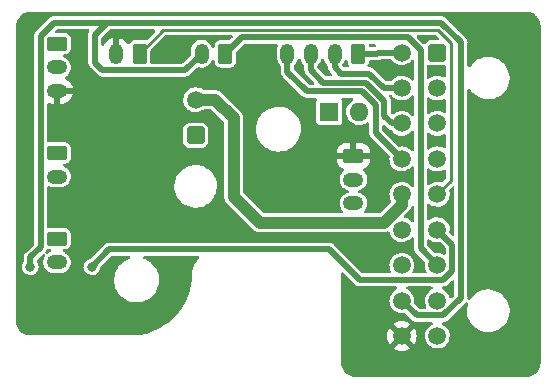
<source format=gbr>
%TF.GenerationSoftware,KiCad,Pcbnew,(6.0.5-0)*%
%TF.CreationDate,2022-06-02T09:51:47+08:00*%
%TF.ProjectId,StealthBurner,53746561-6c74-4684-9275-726e65722e6b,Bata2*%
%TF.SameCoordinates,Original*%
%TF.FileFunction,Copper,L2,Bot*%
%TF.FilePolarity,Positive*%
%FSLAX46Y46*%
G04 Gerber Fmt 4.6, Leading zero omitted, Abs format (unit mm)*
G04 Created by KiCad (PCBNEW (6.0.5-0)) date 2022-06-02 09:51:47*
%MOMM*%
%LPD*%
G01*
G04 APERTURE LIST*
G04 Aperture macros list*
%AMRoundRect*
0 Rectangle with rounded corners*
0 $1 Rounding radius*
0 $2 $3 $4 $5 $6 $7 $8 $9 X,Y pos of 4 corners*
0 Add a 4 corners polygon primitive as box body*
4,1,4,$2,$3,$4,$5,$6,$7,$8,$9,$2,$3,0*
0 Add four circle primitives for the rounded corners*
1,1,$1+$1,$2,$3*
1,1,$1+$1,$4,$5*
1,1,$1+$1,$6,$7*
1,1,$1+$1,$8,$9*
0 Add four rect primitives between the rounded corners*
20,1,$1+$1,$2,$3,$4,$5,0*
20,1,$1+$1,$4,$5,$6,$7,0*
20,1,$1+$1,$6,$7,$8,$9,0*
20,1,$1+$1,$8,$9,$2,$3,0*%
G04 Aperture macros list end*
%TA.AperFunction,ComponentPad*%
%ADD10O,1.200000X1.750000*%
%TD*%
%TA.AperFunction,ComponentPad*%
%ADD11RoundRect,0.250000X0.350000X0.625000X-0.350000X0.625000X-0.350000X-0.625000X0.350000X-0.625000X0*%
%TD*%
%TA.AperFunction,ComponentPad*%
%ADD12O,1.750000X1.200000*%
%TD*%
%TA.AperFunction,ComponentPad*%
%ADD13RoundRect,0.250000X-0.625000X0.350000X-0.625000X-0.350000X0.625000X-0.350000X0.625000X0.350000X0*%
%TD*%
%TA.AperFunction,ComponentPad*%
%ADD14RoundRect,0.250001X-0.499999X0.499999X-0.499999X-0.499999X0.499999X-0.499999X0.499999X0.499999X0*%
%TD*%
%TA.AperFunction,ComponentPad*%
%ADD15C,1.500000*%
%TD*%
%TA.AperFunction,ComponentPad*%
%ADD16RoundRect,0.250001X0.499999X0.499999X-0.499999X0.499999X-0.499999X-0.499999X0.499999X-0.499999X0*%
%TD*%
%TA.AperFunction,ComponentPad*%
%ADD17R,1.600000X1.600000*%
%TD*%
%TA.AperFunction,ComponentPad*%
%ADD18O,1.600000X1.600000*%
%TD*%
%TA.AperFunction,ViaPad*%
%ADD19C,0.800000*%
%TD*%
%TA.AperFunction,Conductor*%
%ADD20C,0.500000*%
%TD*%
%TA.AperFunction,Conductor*%
%ADD21C,1.000000*%
%TD*%
%TA.AperFunction,Conductor*%
%ADD22C,0.254000*%
%TD*%
G04 APERTURE END LIST*
D10*
%TO.P,J5,2,Pin_2*%
%TO.N,GND*%
X134250000Y-92850000D03*
D11*
%TO.P,J5,1,Pin_1*%
%TO.N,/FS*%
X136250000Y-92850000D03*
%TD*%
D12*
%TO.P,J8,3,Pin_3*%
%TO.N,GND*%
X129250000Y-96000000D03*
%TO.P,J8,2,Pin_2*%
%TO.N,/DATA*%
X129250000Y-94000000D03*
D13*
%TO.P,J8,1,Pin_1*%
%TO.N,+5V*%
X129250000Y-92000000D03*
%TD*%
%TO.P,J6,1,Pin_1*%
%TO.N,/V_FAN*%
X129250000Y-108500000D03*
D12*
%TO.P,J6,2,Pin_2*%
%TO.N,/HEF*%
X129250000Y-110500000D03*
%TD*%
D14*
%TO.P,J9,1,Pin_1*%
%TO.N,+5V*%
X161450000Y-92750000D03*
D15*
%TO.P,J9,2,Pin_2*%
%TO.N,+24V*%
X161450000Y-95750000D03*
%TO.P,J9,3,Pin_3*%
%TO.N,/V_FAN*%
X161450000Y-98750000D03*
%TO.P,J9,4,Pin_4*%
%TO.N,/P_SIG*%
X161450000Y-101750000D03*
%TO.P,J9,5,Pin_5*%
%TO.N,/FS*%
X161450000Y-104750000D03*
%TO.P,J9,6,Pin_6*%
%TO.N,/CBT*%
X161450000Y-107750000D03*
%TO.P,J9,7,Pin_7*%
%TO.N,/HET*%
X161450000Y-110750000D03*
%TO.P,J9,8,Pin_8*%
%TO.N,/PCF*%
X161450000Y-113750000D03*
%TO.P,J9,9,Pin_9*%
%TO.N,/HEF*%
X161450000Y-116750000D03*
%TO.P,J9,10,Pin_10*%
%TO.N,/A+*%
X158450000Y-92750000D03*
%TO.P,J9,11,Pin_11*%
%TO.N,/A-*%
X158450000Y-95750000D03*
%TO.P,J9,12,Pin_12*%
%TO.N,/B+*%
X158450000Y-98750000D03*
%TO.P,J9,13,Pin_13*%
%TO.N,/B-*%
X158450000Y-101750000D03*
%TO.P,J9,14,Pin_14*%
%TO.N,/HE-*%
X158450000Y-104750000D03*
%TO.P,J9,15,Pin_15*%
%TO.N,/HE+*%
X158450000Y-107750000D03*
%TO.P,J9,16,Pin_16*%
%TO.N,/DATA*%
X158450000Y-110750000D03*
%TO.P,J9,17,Pin_17*%
%TO.N,GNDA*%
X158450000Y-113750000D03*
%TO.P,J9,18,Pin_18*%
%TO.N,GND*%
X158450000Y-116750000D03*
%TD*%
D11*
%TO.P,J2,1,Pin_1*%
%TO.N,/A+*%
X154750000Y-92850000D03*
D10*
%TO.P,J2,2,Pin_2*%
%TO.N,/A-*%
X152750000Y-92850000D03*
%TO.P,J2,3,Pin_3*%
%TO.N,/B+*%
X150750000Y-92850000D03*
%TO.P,J2,4,Pin_4*%
%TO.N,/B-*%
X148750000Y-92850000D03*
%TD*%
D16*
%TO.P,J3,1,Pin_1*%
%TO.N,/HE+*%
X141000000Y-99750000D03*
D15*
%TO.P,J3,2,Pin_2*%
%TO.N,/HE-*%
X141000000Y-96750000D03*
%TD*%
D17*
%TO.P,D1,1,K*%
%TO.N,Net-(D1-Pad1)*%
X152300000Y-97770000D03*
D18*
%TO.P,D1,2,A*%
%TO.N,/P_SIG*%
X154840000Y-97770000D03*
%TD*%
D13*
%TO.P,J1,1,Pin_1*%
%TO.N,GND*%
X154350000Y-101500000D03*
D12*
%TO.P,J1,2,Pin_2*%
%TO.N,Net-(D1-Pad1)*%
X154350000Y-103500000D03*
%TO.P,J1,3,Pin_3*%
%TO.N,+24V*%
X154350000Y-105500000D03*
%TD*%
D10*
%TO.P,J4,2,Pin_2*%
%TO.N,GNDA*%
X141500000Y-92850000D03*
D11*
%TO.P,J4,1,Pin_1*%
%TO.N,/HET*%
X143500000Y-92850000D03*
%TD*%
D13*
%TO.P,J7,1,Pin_1*%
%TO.N,/V_FAN*%
X129250000Y-101250000D03*
D12*
%TO.P,J7,2,Pin_2*%
%TO.N,/PCF*%
X129250000Y-103250000D03*
%TD*%
D19*
%TO.N,GND*%
X134830000Y-99890000D03*
X155290000Y-118540000D03*
X147150000Y-96040000D03*
X126840000Y-90250000D03*
X168770000Y-91170000D03*
X138390000Y-95670000D03*
X168760000Y-118460000D03*
X145960000Y-102340000D03*
X165860000Y-107630000D03*
X134150000Y-115720000D03*
X165910000Y-101820000D03*
X139380000Y-100710000D03*
X155270000Y-114950000D03*
X153800000Y-99970000D03*
X156580000Y-109400000D03*
%TO.N,GNDA*%
X126990000Y-110880000D03*
%TO.N,/CBT*%
X132200000Y-110880000D03*
%TD*%
D20*
%TO.N,GNDA*%
X133499560Y-90210440D02*
X161772131Y-90210441D01*
X163457031Y-91895341D02*
X163457031Y-113515702D01*
X163457031Y-113515702D02*
X161969222Y-115003511D01*
X159703511Y-115003511D02*
X158450000Y-113750000D01*
X161969222Y-115003511D02*
X159703511Y-115003511D01*
X161772131Y-90210441D02*
X163457031Y-91895341D01*
%TO.N,/CBT*%
X132200000Y-110880000D02*
X133670000Y-109410000D01*
X133670000Y-109410000D02*
X152312260Y-109410000D01*
X152312260Y-109410000D02*
X154905771Y-112003511D01*
X162703511Y-111269222D02*
X162703511Y-109018511D01*
X162703511Y-109018511D02*
X161435000Y-107750000D01*
X161969222Y-112003511D02*
X162703511Y-111269222D01*
X154905771Y-112003511D02*
X161969222Y-112003511D01*
D21*
%TO.N,/HE-*%
X156904370Y-107160000D02*
X158450000Y-105614370D01*
X158450000Y-105614370D02*
X158450000Y-104750000D01*
D20*
%TO.N,/A-*%
X152750000Y-92850000D02*
X152750000Y-93980000D01*
X152750000Y-93980000D02*
X153306960Y-94536960D01*
X153306960Y-94536960D02*
X155692579Y-94536960D01*
X155692579Y-94536960D02*
X156905619Y-95750000D01*
X156905619Y-95750000D02*
X158450000Y-95750000D01*
%TO.N,/A+*%
X154750000Y-92850000D02*
X156360000Y-92850000D01*
X156360000Y-92850000D02*
X156460000Y-92750000D01*
X156460000Y-92750000D02*
X158450000Y-92750000D01*
%TO.N,/B+*%
X150750000Y-92850000D02*
X150750000Y-94232106D01*
X150750000Y-94232106D02*
X151808374Y-95290480D01*
X151808374Y-95290480D02*
X155380461Y-95290480D01*
X155380461Y-95290480D02*
X156979520Y-96889539D01*
X156979520Y-96889539D02*
X156979520Y-98119520D01*
X156979520Y-98119520D02*
X157610000Y-98750000D01*
X157610000Y-98750000D02*
X158450000Y-98750000D01*
%TO.N,/B-*%
X148750000Y-92850000D02*
X148750000Y-94360000D01*
X148750000Y-94360000D02*
X150430000Y-96040000D01*
X150430000Y-96040000D02*
X155070000Y-96040000D01*
X156230000Y-97200000D02*
X156230000Y-99545000D01*
X155070000Y-96040000D02*
X156230000Y-97200000D01*
X156230000Y-99545000D02*
X158435000Y-101750000D01*
X158435000Y-101750000D02*
X158450000Y-101750000D01*
D22*
%TO.N,/FS*%
X161450000Y-104750000D02*
X162600000Y-103600000D01*
X162600000Y-91930000D02*
X161510960Y-90840960D01*
X161510960Y-90840960D02*
X138259039Y-90840961D01*
X162600000Y-103600000D02*
X162600000Y-91930000D01*
X138259039Y-90840961D02*
X136250000Y-92850000D01*
D20*
%TO.N,/HET*%
X161450000Y-110750000D02*
X160031459Y-109331459D01*
X160031459Y-109331459D02*
X160031459Y-92551459D01*
X160031459Y-92551459D02*
X158951480Y-91471480D01*
X158951480Y-91471480D02*
X144878520Y-91471480D01*
X144878520Y-91471480D02*
X143500000Y-92850000D01*
D21*
%TO.N,/HE-*%
X156904370Y-107156000D02*
X146406000Y-107156000D01*
X146406000Y-107156000D02*
X144220000Y-104970000D01*
X144220000Y-104970000D02*
X144220000Y-98330000D01*
X144220000Y-98330000D02*
X142640000Y-96750000D01*
X142640000Y-96750000D02*
X141000000Y-96750000D01*
D20*
%TO.N,GNDA*%
X128998922Y-90210440D02*
X133499560Y-90210440D01*
X141500000Y-92850000D02*
X140121480Y-94228520D01*
X140121480Y-94228520D02*
X133088520Y-94228520D01*
X133088520Y-94228520D02*
X132460000Y-93600000D01*
X132460000Y-93600000D02*
X132460000Y-91250000D01*
X132460000Y-91250000D02*
X133499560Y-90210440D01*
X127871480Y-91337882D02*
X127871480Y-109218520D01*
X128998922Y-90210440D02*
X127871480Y-91337882D01*
X127871480Y-109218520D02*
X126990000Y-110100000D01*
X126990000Y-110100000D02*
X126990000Y-110880000D01*
%TD*%
%TA.AperFunction,Conductor*%
%TO.N,GND*%
G36*
X168984563Y-89302414D02*
G01*
X168989145Y-89303222D01*
X169000000Y-89305136D01*
X169010856Y-89303222D01*
X169021878Y-89303222D01*
X169021878Y-89303779D01*
X169034152Y-89303188D01*
X169177759Y-89314490D01*
X169197285Y-89317583D01*
X169361030Y-89356895D01*
X169379824Y-89363001D01*
X169535405Y-89427445D01*
X169553010Y-89436415D01*
X169696597Y-89524405D01*
X169712592Y-89536027D01*
X169840634Y-89645385D01*
X169854615Y-89659366D01*
X169903545Y-89716656D01*
X169959598Y-89782285D01*
X169963973Y-89787408D01*
X169975594Y-89803401D01*
X170063585Y-89946990D01*
X170072555Y-89964595D01*
X170100888Y-90032996D01*
X170136997Y-90120171D01*
X170143105Y-90138970D01*
X170182417Y-90302714D01*
X170185510Y-90322242D01*
X170196812Y-90465845D01*
X170196221Y-90478122D01*
X170196778Y-90478122D01*
X170196778Y-90489144D01*
X170194864Y-90500000D01*
X170196778Y-90510855D01*
X170197586Y-90515437D01*
X170199500Y-90537317D01*
X170199500Y-118962683D01*
X170197586Y-118984563D01*
X170194864Y-119000000D01*
X170196778Y-119010856D01*
X170196778Y-119021878D01*
X170196221Y-119021878D01*
X170196812Y-119034155D01*
X170185510Y-119177758D01*
X170182417Y-119197285D01*
X170173239Y-119235517D01*
X170143107Y-119361025D01*
X170136999Y-119379824D01*
X170072555Y-119535405D01*
X170063585Y-119553010D01*
X169979331Y-119690500D01*
X169975595Y-119696597D01*
X169963973Y-119712592D01*
X169854615Y-119840634D01*
X169840634Y-119854615D01*
X169712592Y-119963973D01*
X169696599Y-119975594D01*
X169553010Y-120063585D01*
X169535405Y-120072555D01*
X169379824Y-120136999D01*
X169361030Y-120143105D01*
X169197286Y-120182417D01*
X169177759Y-120185510D01*
X169034152Y-120196812D01*
X169021878Y-120196221D01*
X169021878Y-120196778D01*
X169010856Y-120196778D01*
X169000000Y-120194864D01*
X168989145Y-120196778D01*
X168984563Y-120197586D01*
X168962683Y-120199500D01*
X154537317Y-120199500D01*
X154515437Y-120197586D01*
X154510855Y-120196778D01*
X154500000Y-120194864D01*
X154489144Y-120196778D01*
X154478122Y-120196778D01*
X154478122Y-120196221D01*
X154465848Y-120196812D01*
X154322241Y-120185510D01*
X154302714Y-120182417D01*
X154138970Y-120143105D01*
X154120176Y-120136999D01*
X153964595Y-120072555D01*
X153946990Y-120063585D01*
X153803401Y-119975594D01*
X153787408Y-119963973D01*
X153659366Y-119854615D01*
X153645385Y-119840634D01*
X153536027Y-119712592D01*
X153524405Y-119696597D01*
X153520669Y-119690500D01*
X153436415Y-119553010D01*
X153427445Y-119535405D01*
X153363001Y-119379824D01*
X153356893Y-119361025D01*
X153326762Y-119235517D01*
X153317583Y-119197285D01*
X153314490Y-119177758D01*
X153303188Y-119034155D01*
X153303779Y-119021878D01*
X153303222Y-119021878D01*
X153303222Y-119010856D01*
X153305136Y-119000000D01*
X153302414Y-118984563D01*
X153300500Y-118962683D01*
X153300500Y-117792088D01*
X157766810Y-117792088D01*
X157776106Y-117804103D01*
X157818104Y-117833510D01*
X157827599Y-117838993D01*
X158015860Y-117926780D01*
X158026152Y-117930526D01*
X158226796Y-117984288D01*
X158237591Y-117986191D01*
X158444525Y-118004296D01*
X158455475Y-118004296D01*
X158662409Y-117986191D01*
X158673204Y-117984288D01*
X158873848Y-117930526D01*
X158884140Y-117926780D01*
X159072401Y-117838993D01*
X159081896Y-117833510D01*
X159124732Y-117803516D01*
X159133107Y-117793039D01*
X159126039Y-117779592D01*
X158462812Y-117116365D01*
X158448868Y-117108751D01*
X158447035Y-117108882D01*
X158440420Y-117113133D01*
X157773240Y-117780313D01*
X157766810Y-117792088D01*
X153300500Y-117792088D01*
X153300500Y-116755475D01*
X157195704Y-116755475D01*
X157213809Y-116962409D01*
X157215712Y-116973204D01*
X157269474Y-117173848D01*
X157273220Y-117184140D01*
X157361010Y-117372406D01*
X157366488Y-117381892D01*
X157396484Y-117424731D01*
X157406961Y-117433106D01*
X157420409Y-117426038D01*
X158083635Y-116762812D01*
X158090013Y-116751132D01*
X158808751Y-116751132D01*
X158808882Y-116752965D01*
X158813133Y-116759580D01*
X159480313Y-117426760D01*
X159492087Y-117433190D01*
X159504103Y-117423893D01*
X159533512Y-117381892D01*
X159538990Y-117372406D01*
X159626780Y-117184140D01*
X159630526Y-117173848D01*
X159684288Y-116973204D01*
X159686191Y-116962409D01*
X159704296Y-116755475D01*
X159704296Y-116744525D01*
X159686191Y-116537591D01*
X159684288Y-116526796D01*
X159630526Y-116326152D01*
X159626780Y-116315860D01*
X159538990Y-116127594D01*
X159533512Y-116118108D01*
X159503516Y-116075269D01*
X159493039Y-116066894D01*
X159479591Y-116073962D01*
X158816365Y-116737188D01*
X158808751Y-116751132D01*
X158090013Y-116751132D01*
X158091249Y-116748868D01*
X158091118Y-116747035D01*
X158086867Y-116740420D01*
X157419687Y-116073240D01*
X157407913Y-116066810D01*
X157395897Y-116076107D01*
X157366488Y-116118108D01*
X157361010Y-116127594D01*
X157273220Y-116315860D01*
X157269474Y-116326152D01*
X157215712Y-116526796D01*
X157213809Y-116537591D01*
X157195704Y-116744525D01*
X157195704Y-116755475D01*
X153300500Y-116755475D01*
X153300500Y-115706961D01*
X157766894Y-115706961D01*
X157773962Y-115720409D01*
X158437188Y-116383635D01*
X158451132Y-116391249D01*
X158452965Y-116391118D01*
X158459580Y-116386867D01*
X159126760Y-115719687D01*
X159133190Y-115707912D01*
X159123894Y-115695897D01*
X159081896Y-115666490D01*
X159072401Y-115661007D01*
X158884140Y-115573220D01*
X158873848Y-115569474D01*
X158673204Y-115515712D01*
X158662409Y-115513809D01*
X158455475Y-115495704D01*
X158444525Y-115495704D01*
X158237591Y-115513809D01*
X158226796Y-115515712D01*
X158026152Y-115569474D01*
X158015860Y-115573220D01*
X157827594Y-115661010D01*
X157818108Y-115666488D01*
X157775269Y-115696484D01*
X157766894Y-115706961D01*
X153300500Y-115706961D01*
X153300500Y-111537317D01*
X153302414Y-111515437D01*
X153303222Y-111510853D01*
X153305136Y-111500000D01*
X153303906Y-111493022D01*
X153303341Y-111484403D01*
X153312937Y-111451726D01*
X153319392Y-111422946D01*
X153322203Y-111420171D01*
X153323227Y-111416684D01*
X153343734Y-111398916D01*
X153369917Y-111373068D01*
X153374739Y-111372052D01*
X153376884Y-111370193D01*
X153421003Y-111359076D01*
X153421416Y-111359049D01*
X153421620Y-111362170D01*
X153439387Y-111358425D01*
X153505746Y-111383664D01*
X153518683Y-111394948D01*
X154505901Y-112382166D01*
X154509554Y-112385975D01*
X154551570Y-112431667D01*
X154588568Y-112454606D01*
X154598319Y-112461308D01*
X154632987Y-112487623D01*
X154646964Y-112493157D01*
X154666973Y-112503220D01*
X154672459Y-112506622D01*
X154672463Y-112506624D01*
X154679757Y-112511146D01*
X154687999Y-112513540D01*
X154688002Y-112513542D01*
X154721555Y-112523290D01*
X154732768Y-112527129D01*
X154773224Y-112543146D01*
X154781767Y-112544044D01*
X154781768Y-112544044D01*
X154788173Y-112544717D01*
X154810151Y-112549029D01*
X154824596Y-112553226D01*
X154831179Y-112553709D01*
X154831182Y-112553710D01*
X154832979Y-112553842D01*
X154832990Y-112553842D01*
X154835286Y-112554011D01*
X154869990Y-112554011D01*
X154883161Y-112554701D01*
X154923225Y-112558912D01*
X154931690Y-112557480D01*
X154931699Y-112557480D01*
X154941771Y-112555776D01*
X154962784Y-112554011D01*
X157957190Y-112554011D01*
X158025311Y-112574013D01*
X158071804Y-112627669D01*
X158081908Y-112697943D01*
X158052414Y-112762523D01*
X158015566Y-112791672D01*
X157872002Y-112866726D01*
X157867201Y-112870586D01*
X157867198Y-112870588D01*
X157716254Y-112991950D01*
X157711447Y-112995815D01*
X157579024Y-113153630D01*
X157576056Y-113159028D01*
X157576053Y-113159033D01*
X157505331Y-113287677D01*
X157479776Y-113334162D01*
X157417484Y-113530532D01*
X157416798Y-113536649D01*
X157416797Y-113536653D01*
X157411407Y-113584706D01*
X157394520Y-113735262D01*
X157395036Y-113741406D01*
X157411178Y-113933629D01*
X157411759Y-113940553D01*
X157413458Y-113946478D01*
X157423145Y-113980259D01*
X157468544Y-114138586D01*
X157471359Y-114144063D01*
X157471360Y-114144066D01*
X157559897Y-114316341D01*
X157562712Y-114321818D01*
X157690677Y-114483270D01*
X157695370Y-114487264D01*
X157695371Y-114487265D01*
X157749217Y-114533091D01*
X157847564Y-114616791D01*
X158027398Y-114717297D01*
X158122238Y-114748113D01*
X158217471Y-114779056D01*
X158217475Y-114779057D01*
X158223329Y-114780959D01*
X158427894Y-114805351D01*
X158434029Y-114804879D01*
X158434031Y-114804879D01*
X158627156Y-114790019D01*
X158627159Y-114790019D01*
X158633300Y-114789546D01*
X158635566Y-114788913D01*
X158704812Y-114796633D01*
X158745233Y-114823757D01*
X159303629Y-115382153D01*
X159307282Y-115385962D01*
X159349310Y-115431667D01*
X159356610Y-115436193D01*
X159356611Y-115436194D01*
X159386294Y-115454598D01*
X159396064Y-115461312D01*
X159430727Y-115487623D01*
X159444704Y-115493157D01*
X159464713Y-115503220D01*
X159470199Y-115506622D01*
X159470203Y-115506624D01*
X159477497Y-115511146D01*
X159485739Y-115513540D01*
X159485742Y-115513542D01*
X159519295Y-115523290D01*
X159530508Y-115527129D01*
X159570964Y-115543146D01*
X159579507Y-115544044D01*
X159579508Y-115544044D01*
X159585913Y-115544717D01*
X159607891Y-115549029D01*
X159622336Y-115553226D01*
X159628919Y-115553709D01*
X159628922Y-115553710D01*
X159630719Y-115553842D01*
X159630730Y-115553842D01*
X159633026Y-115554011D01*
X159667730Y-115554011D01*
X159680901Y-115554701D01*
X159720965Y-115558912D01*
X159729430Y-115557480D01*
X159729439Y-115557480D01*
X159739511Y-115555776D01*
X159760524Y-115554011D01*
X160957190Y-115554011D01*
X161025311Y-115574013D01*
X161071804Y-115627669D01*
X161081908Y-115697943D01*
X161052414Y-115762523D01*
X161015566Y-115791672D01*
X160872002Y-115866726D01*
X160867201Y-115870586D01*
X160867198Y-115870588D01*
X160815946Y-115911796D01*
X160711447Y-115995815D01*
X160579024Y-116153630D01*
X160576056Y-116159028D01*
X160576053Y-116159033D01*
X160482743Y-116328765D01*
X160479776Y-116334162D01*
X160417484Y-116530532D01*
X160416798Y-116536649D01*
X160416797Y-116536653D01*
X160399051Y-116694864D01*
X160394520Y-116735262D01*
X160397931Y-116775877D01*
X160410999Y-116931497D01*
X160411759Y-116940553D01*
X160413458Y-116946478D01*
X160460027Y-117108882D01*
X160468544Y-117138586D01*
X160471359Y-117144063D01*
X160471360Y-117144066D01*
X160559897Y-117316341D01*
X160562712Y-117321818D01*
X160690677Y-117483270D01*
X160847564Y-117616791D01*
X161027398Y-117717297D01*
X161122238Y-117748113D01*
X161217471Y-117779056D01*
X161217475Y-117779057D01*
X161223329Y-117780959D01*
X161427894Y-117805351D01*
X161434029Y-117804879D01*
X161434031Y-117804879D01*
X161490039Y-117800569D01*
X161633300Y-117789546D01*
X161639230Y-117787890D01*
X161639232Y-117787890D01*
X161825797Y-117735800D01*
X161825796Y-117735800D01*
X161831725Y-117734145D01*
X161837214Y-117731372D01*
X161837220Y-117731370D01*
X162010116Y-117644033D01*
X162015610Y-117641258D01*
X162177951Y-117514424D01*
X162312564Y-117358472D01*
X162333387Y-117321818D01*
X162378229Y-117242881D01*
X162414323Y-117179344D01*
X162479351Y-116983863D01*
X162505171Y-116779474D01*
X162505449Y-116759580D01*
X162505534Y-116753522D01*
X162505534Y-116753518D01*
X162505583Y-116750000D01*
X162485480Y-116544970D01*
X162425935Y-116347749D01*
X162329218Y-116165849D01*
X162255859Y-116075902D01*
X162202906Y-116010975D01*
X162202903Y-116010972D01*
X162199011Y-116006200D01*
X162181786Y-115991950D01*
X162045025Y-115878811D01*
X162045021Y-115878809D01*
X162040275Y-115874882D01*
X162034855Y-115871952D01*
X162034850Y-115871948D01*
X161884856Y-115790847D01*
X161834447Y-115740852D01*
X161819069Y-115671541D01*
X161843605Y-115604919D01*
X161900265Y-115562138D01*
X161944784Y-115554011D01*
X161954229Y-115554011D01*
X161959506Y-115554122D01*
X162021516Y-115556721D01*
X162033070Y-115554011D01*
X162063884Y-115546784D01*
X162075555Y-115544621D01*
X162090451Y-115542580D01*
X162118654Y-115538717D01*
X162132452Y-115532746D01*
X162153721Y-115525712D01*
X162159997Y-115524240D01*
X162168358Y-115522279D01*
X162175883Y-115518142D01*
X162175886Y-115518141D01*
X162206490Y-115501316D01*
X162217135Y-115496100D01*
X162257077Y-115478816D01*
X162268763Y-115469353D01*
X162287348Y-115456865D01*
X162300530Y-115449618D01*
X162308644Y-115442614D01*
X162333180Y-115418078D01*
X162342981Y-115409253D01*
X162367614Y-115389305D01*
X162367615Y-115389304D01*
X162374292Y-115383897D01*
X162379265Y-115376899D01*
X162379270Y-115376894D01*
X162385190Y-115368563D01*
X162398801Y-115352457D01*
X163835686Y-113915572D01*
X163839471Y-113911941D01*
X163862320Y-113890931D01*
X163926000Y-113859546D01*
X163996541Y-113867572D01*
X164051545Y-113912461D01*
X164073549Y-113979962D01*
X164067606Y-114022093D01*
X164014338Y-114188503D01*
X163971322Y-114452636D01*
X163971261Y-114457313D01*
X163967897Y-114714290D01*
X163967819Y-114720226D01*
X164003907Y-114985395D01*
X164078792Y-115242317D01*
X164190831Y-115485348D01*
X164221907Y-115532746D01*
X164334996Y-115705236D01*
X164335000Y-115705241D01*
X164337562Y-115709149D01*
X164385200Y-115762523D01*
X164482866Y-115871948D01*
X164515760Y-115908803D01*
X164721512Y-116079925D01*
X164725505Y-116082348D01*
X164946306Y-116216334D01*
X164946310Y-116216336D01*
X164950298Y-116218756D01*
X164954606Y-116220563D01*
X164954607Y-116220563D01*
X165192776Y-116320436D01*
X165192781Y-116320438D01*
X165197091Y-116322245D01*
X165201623Y-116323396D01*
X165201626Y-116323397D01*
X165451933Y-116386967D01*
X165451936Y-116386968D01*
X165456470Y-116388119D01*
X165461126Y-116388588D01*
X165461127Y-116388588D01*
X165675602Y-116410184D01*
X165675603Y-116410184D01*
X165678741Y-116410500D01*
X165837944Y-116410500D01*
X165840267Y-116410327D01*
X165840277Y-116410327D01*
X166032212Y-116396064D01*
X166032216Y-116396063D01*
X166036877Y-116395717D01*
X166041441Y-116394684D01*
X166041443Y-116394684D01*
X166248863Y-116347749D01*
X166297891Y-116336655D01*
X166304302Y-116334162D01*
X166542956Y-116241355D01*
X166542958Y-116241354D01*
X166547309Y-116239662D01*
X166588125Y-116216334D01*
X166688380Y-116159033D01*
X166779650Y-116106868D01*
X166989811Y-115941190D01*
X167173175Y-115746269D01*
X167325714Y-115526385D01*
X167329761Y-115518178D01*
X167442011Y-115290559D01*
X167442012Y-115290556D01*
X167444076Y-115286371D01*
X167525662Y-115031497D01*
X167563911Y-114796633D01*
X167567927Y-114771976D01*
X167567927Y-114771975D01*
X167568678Y-114767364D01*
X167572181Y-114499774D01*
X167536093Y-114234605D01*
X167461208Y-113977683D01*
X167349169Y-113734652D01*
X167300843Y-113660943D01*
X167205004Y-113514764D01*
X167205000Y-113514759D01*
X167202438Y-113510851D01*
X167056864Y-113347749D01*
X167027357Y-113314689D01*
X167027355Y-113314687D01*
X167024240Y-113311197D01*
X166818488Y-113140075D01*
X166770266Y-113110813D01*
X166593694Y-113003666D01*
X166593690Y-113003664D01*
X166589702Y-113001244D01*
X166585393Y-112999437D01*
X166347224Y-112899564D01*
X166347219Y-112899562D01*
X166342909Y-112897755D01*
X166338377Y-112896604D01*
X166338374Y-112896603D01*
X166088067Y-112833033D01*
X166088064Y-112833032D01*
X166083530Y-112831881D01*
X166078874Y-112831412D01*
X166078873Y-112831412D01*
X165864398Y-112809816D01*
X165864397Y-112809816D01*
X165861259Y-112809500D01*
X165702056Y-112809500D01*
X165699733Y-112809673D01*
X165699723Y-112809673D01*
X165507788Y-112823936D01*
X165507784Y-112823937D01*
X165503123Y-112824283D01*
X165498559Y-112825316D01*
X165498557Y-112825316D01*
X165446489Y-112837098D01*
X165242109Y-112883345D01*
X165237757Y-112885037D01*
X165237755Y-112885038D01*
X164997044Y-112978645D01*
X164997042Y-112978646D01*
X164992691Y-112980338D01*
X164988637Y-112982655D01*
X164988635Y-112982656D01*
X164939087Y-113010975D01*
X164760350Y-113113132D01*
X164550189Y-113278810D01*
X164366825Y-113473731D01*
X164364164Y-113477567D01*
X164364159Y-113477573D01*
X164236950Y-113660943D01*
X164181687Y-113705513D01*
X164111100Y-113713130D01*
X164047601Y-113681376D01*
X164011349Y-113620332D01*
X164007690Y-113586187D01*
X164007531Y-113586187D01*
X164007531Y-113551493D01*
X164008221Y-113538322D01*
X164011535Y-113506792D01*
X164012433Y-113498248D01*
X164009296Y-113479701D01*
X164007531Y-113458688D01*
X164007531Y-95927755D01*
X164027533Y-95859634D01*
X164081189Y-95813141D01*
X164151463Y-95803037D01*
X164216043Y-95832531D01*
X164238903Y-95858670D01*
X164334996Y-96005236D01*
X164335000Y-96005241D01*
X164337562Y-96009149D01*
X164394313Y-96072733D01*
X164471339Y-96159033D01*
X164515760Y-96208803D01*
X164626014Y-96300500D01*
X164695718Y-96358472D01*
X164721512Y-96379925D01*
X164725505Y-96382348D01*
X164946306Y-96516334D01*
X164946310Y-96516336D01*
X164950298Y-96518756D01*
X164954606Y-96520563D01*
X164954607Y-96520563D01*
X165192776Y-96620436D01*
X165192781Y-96620438D01*
X165197091Y-96622245D01*
X165201623Y-96623396D01*
X165201626Y-96623397D01*
X165451933Y-96686967D01*
X165451936Y-96686968D01*
X165456470Y-96688119D01*
X165461126Y-96688588D01*
X165461127Y-96688588D01*
X165675602Y-96710184D01*
X165675603Y-96710184D01*
X165678741Y-96710500D01*
X165837944Y-96710500D01*
X165840267Y-96710327D01*
X165840277Y-96710327D01*
X166032212Y-96696064D01*
X166032216Y-96696063D01*
X166036877Y-96695717D01*
X166041441Y-96694684D01*
X166041443Y-96694684D01*
X166231451Y-96651689D01*
X166297891Y-96636655D01*
X166331984Y-96623397D01*
X166542956Y-96541355D01*
X166542958Y-96541354D01*
X166547309Y-96539662D01*
X166564834Y-96529646D01*
X166752385Y-96422451D01*
X166779650Y-96406868D01*
X166989811Y-96241190D01*
X167173175Y-96046269D01*
X167325714Y-95826385D01*
X167350119Y-95776897D01*
X167442011Y-95590559D01*
X167442012Y-95590556D01*
X167444076Y-95586371D01*
X167475188Y-95489179D01*
X167524239Y-95335942D01*
X167525662Y-95331497D01*
X167564458Y-95093277D01*
X167567927Y-95071976D01*
X167567927Y-95071975D01*
X167568678Y-95067364D01*
X167570969Y-94892352D01*
X167572120Y-94804451D01*
X167572120Y-94804448D01*
X167572181Y-94799774D01*
X167536093Y-94534605D01*
X167461208Y-94277683D01*
X167349169Y-94034652D01*
X167301648Y-93962171D01*
X167205004Y-93814764D01*
X167205000Y-93814759D01*
X167202438Y-93810851D01*
X167065314Y-93657216D01*
X167027357Y-93614689D01*
X167027355Y-93614687D01*
X167024240Y-93611197D01*
X166818488Y-93440075D01*
X166767179Y-93408940D01*
X166593694Y-93303666D01*
X166593690Y-93303664D01*
X166589702Y-93301244D01*
X166535810Y-93278645D01*
X166347224Y-93199564D01*
X166347219Y-93199562D01*
X166342909Y-93197755D01*
X166338377Y-93196604D01*
X166338374Y-93196603D01*
X166088067Y-93133033D01*
X166088064Y-93133032D01*
X166083530Y-93131881D01*
X166078874Y-93131412D01*
X166078873Y-93131412D01*
X165864398Y-93109816D01*
X165864397Y-93109816D01*
X165861259Y-93109500D01*
X165702056Y-93109500D01*
X165699733Y-93109673D01*
X165699723Y-93109673D01*
X165507788Y-93123936D01*
X165507784Y-93123937D01*
X165503123Y-93124283D01*
X165498559Y-93125316D01*
X165498557Y-93125316D01*
X165405677Y-93146333D01*
X165242109Y-93183345D01*
X165237757Y-93185037D01*
X165237755Y-93185038D01*
X164997044Y-93278645D01*
X164997042Y-93278646D01*
X164992691Y-93280338D01*
X164988637Y-93282655D01*
X164988635Y-93282656D01*
X164924112Y-93319534D01*
X164760350Y-93413132D01*
X164550189Y-93578810D01*
X164366825Y-93773731D01*
X164271018Y-93911837D01*
X164237059Y-93960788D01*
X164181795Y-94005358D01*
X164111209Y-94012975D01*
X164047709Y-93981221D01*
X164011457Y-93920177D01*
X164007531Y-93888968D01*
X164007531Y-91910334D01*
X164007642Y-91905058D01*
X164009881Y-91851632D01*
X164010241Y-91843047D01*
X164002263Y-91809033D01*
X164000304Y-91800679D01*
X163998141Y-91789008D01*
X163993403Y-91754422D01*
X163992237Y-91745909D01*
X163988696Y-91737725D01*
X163986266Y-91732111D01*
X163979232Y-91710842D01*
X163977761Y-91704569D01*
X163977760Y-91704567D01*
X163975799Y-91696205D01*
X163954836Y-91658075D01*
X163949614Y-91647414D01*
X163935747Y-91615368D01*
X163935746Y-91615367D01*
X163932336Y-91607486D01*
X163922873Y-91595800D01*
X163910382Y-91577212D01*
X163903137Y-91564033D01*
X163896133Y-91555919D01*
X163871598Y-91531384D01*
X163862773Y-91521583D01*
X163842825Y-91496949D01*
X163842824Y-91496948D01*
X163837417Y-91490271D01*
X163830415Y-91485295D01*
X163830413Y-91485293D01*
X163822082Y-91479373D01*
X163805976Y-91465762D01*
X162172013Y-89831799D01*
X162168360Y-89827990D01*
X162165285Y-89824646D01*
X162126332Y-89782285D01*
X162089329Y-89759342D01*
X162079579Y-89752641D01*
X162044914Y-89726329D01*
X162030935Y-89720795D01*
X162010932Y-89710734D01*
X161998145Y-89702806D01*
X161989894Y-89700409D01*
X161989892Y-89700408D01*
X161956359Y-89690666D01*
X161945126Y-89686820D01*
X161942224Y-89685671D01*
X161904678Y-89670805D01*
X161896137Y-89669907D01*
X161896136Y-89669907D01*
X161889723Y-89669233D01*
X161867748Y-89664921D01*
X161853306Y-89660726D01*
X161845823Y-89660176D01*
X161844923Y-89660110D01*
X161844912Y-89660110D01*
X161842616Y-89659941D01*
X161807914Y-89659941D01*
X161794744Y-89659251D01*
X161784515Y-89658176D01*
X161754677Y-89655040D01*
X161746212Y-89656472D01*
X161746203Y-89656472D01*
X161736131Y-89658176D01*
X161715118Y-89659941D01*
X133570045Y-89659940D01*
X133514553Y-89659940D01*
X133509277Y-89659829D01*
X133504870Y-89659644D01*
X133447266Y-89657230D01*
X133438903Y-89659192D01*
X133436899Y-89659381D01*
X133425043Y-89659940D01*
X129013915Y-89659940D01*
X129008639Y-89659829D01*
X129004232Y-89659644D01*
X128946628Y-89657230D01*
X128938263Y-89659192D01*
X128904260Y-89667167D01*
X128892589Y-89669330D01*
X128881822Y-89670805D01*
X128849490Y-89675234D01*
X128841606Y-89678646D01*
X128841605Y-89678646D01*
X128835692Y-89681205D01*
X128814423Y-89688239D01*
X128799786Y-89691672D01*
X128792261Y-89695809D01*
X128792258Y-89695810D01*
X128761654Y-89712635D01*
X128751009Y-89717851D01*
X128711067Y-89735135D01*
X128699381Y-89744598D01*
X128680797Y-89757085D01*
X128667614Y-89764333D01*
X128659500Y-89771337D01*
X128634964Y-89795873D01*
X128625163Y-89804698D01*
X128600530Y-89824646D01*
X128593852Y-89830054D01*
X128588879Y-89837052D01*
X128588874Y-89837057D01*
X128582954Y-89845388D01*
X128569343Y-89861494D01*
X127492835Y-90938002D01*
X127489028Y-90941653D01*
X127443324Y-90983681D01*
X127420381Y-91020684D01*
X127413680Y-91030434D01*
X127387368Y-91065099D01*
X127382654Y-91077005D01*
X127381834Y-91079077D01*
X127371773Y-91099081D01*
X127363845Y-91111868D01*
X127361448Y-91120119D01*
X127361447Y-91120121D01*
X127351705Y-91153654D01*
X127347860Y-91164884D01*
X127331844Y-91205335D01*
X127330946Y-91213876D01*
X127330946Y-91213877D01*
X127330272Y-91220290D01*
X127325960Y-91242265D01*
X127321765Y-91256707D01*
X127320980Y-91267397D01*
X127320980Y-91302099D01*
X127320290Y-91315269D01*
X127316079Y-91355336D01*
X127317511Y-91363801D01*
X127317511Y-91363810D01*
X127319215Y-91373882D01*
X127320980Y-91394895D01*
X127320980Y-108938304D01*
X127300978Y-109006425D01*
X127284076Y-109027399D01*
X126611346Y-109700130D01*
X126607536Y-109703783D01*
X126561844Y-109745799D01*
X126538901Y-109782802D01*
X126532200Y-109792552D01*
X126505888Y-109827217D01*
X126500354Y-109841195D01*
X126490293Y-109861199D01*
X126482365Y-109873986D01*
X126479968Y-109882237D01*
X126479967Y-109882239D01*
X126470225Y-109915772D01*
X126466380Y-109927002D01*
X126450364Y-109967453D01*
X126449466Y-109975994D01*
X126449466Y-109975995D01*
X126448792Y-109982408D01*
X126444480Y-110004383D01*
X126440285Y-110018825D01*
X126439500Y-110029515D01*
X126439500Y-110064217D01*
X126438810Y-110077387D01*
X126434599Y-110117454D01*
X126436031Y-110125919D01*
X126436031Y-110125928D01*
X126437735Y-110136000D01*
X126439500Y-110157013D01*
X126439500Y-110405125D01*
X126416587Y-110477575D01*
X126368113Y-110546547D01*
X126365354Y-110553622D01*
X126365353Y-110553625D01*
X126346842Y-110601103D01*
X126306524Y-110704513D01*
X126305532Y-110712046D01*
X126305532Y-110712047D01*
X126292703Y-110809500D01*
X126284394Y-110872611D01*
X126302999Y-111041135D01*
X126326689Y-111105871D01*
X126353577Y-111179344D01*
X126361266Y-111200356D01*
X126365502Y-111206659D01*
X126365502Y-111206660D01*
X126378574Y-111226113D01*
X126455830Y-111341083D01*
X126461442Y-111346190D01*
X126461445Y-111346193D01*
X126575612Y-111450077D01*
X126575616Y-111450080D01*
X126581233Y-111455191D01*
X126587906Y-111458814D01*
X126587910Y-111458817D01*
X126723558Y-111532467D01*
X126723560Y-111532468D01*
X126730235Y-111536092D01*
X126737584Y-111538020D01*
X126886883Y-111577188D01*
X126886885Y-111577188D01*
X126894233Y-111579116D01*
X126980609Y-111580473D01*
X127056161Y-111581660D01*
X127056164Y-111581660D01*
X127063760Y-111581779D01*
X127071165Y-111580083D01*
X127071166Y-111580083D01*
X127131586Y-111566245D01*
X127229029Y-111543928D01*
X127380498Y-111467747D01*
X127478981Y-111383634D01*
X127503651Y-111362564D01*
X127503652Y-111362563D01*
X127509423Y-111357634D01*
X127608361Y-111219947D01*
X127616237Y-111200356D01*
X127668766Y-111069687D01*
X127668767Y-111069685D01*
X127671601Y-111062634D01*
X127688132Y-110946478D01*
X127694909Y-110898862D01*
X127694909Y-110898859D01*
X127695490Y-110894778D01*
X127695645Y-110880000D01*
X127693840Y-110865080D01*
X127687586Y-110813401D01*
X127675276Y-110711680D01*
X127633651Y-110601522D01*
X127618029Y-110560179D01*
X127618028Y-110560176D01*
X127615345Y-110553077D01*
X127611047Y-110546823D01*
X127611043Y-110546816D01*
X127562661Y-110476421D01*
X127540500Y-110405053D01*
X127540500Y-110380216D01*
X127560502Y-110312095D01*
X127577404Y-110291121D01*
X128040751Y-109827774D01*
X128103063Y-109793749D01*
X128173878Y-109798813D01*
X128230714Y-109841360D01*
X128255525Y-109907880D01*
X128240434Y-109977254D01*
X128231782Y-109990929D01*
X128194733Y-110041923D01*
X128194730Y-110041928D01*
X128190849Y-110047270D01*
X128113856Y-110220197D01*
X128102470Y-110273766D01*
X128075963Y-110398473D01*
X128074500Y-110405354D01*
X128074500Y-110594646D01*
X128075872Y-110601099D01*
X128075872Y-110601103D01*
X128093022Y-110681788D01*
X128113856Y-110779803D01*
X128190849Y-110952730D01*
X128302112Y-111105871D01*
X128307014Y-111110284D01*
X128307015Y-111110286D01*
X128365451Y-111162902D01*
X128442784Y-111232533D01*
X128448505Y-111235836D01*
X128505251Y-111268598D01*
X128606716Y-111327179D01*
X128786744Y-111385674D01*
X128793305Y-111386364D01*
X128793307Y-111386364D01*
X128846963Y-111392003D01*
X128927808Y-111400500D01*
X129572192Y-111400500D01*
X129653037Y-111392003D01*
X129706693Y-111386364D01*
X129706695Y-111386364D01*
X129713256Y-111385674D01*
X129893284Y-111327179D01*
X129994750Y-111268598D01*
X130051495Y-111235836D01*
X130057216Y-111232533D01*
X130134549Y-111162902D01*
X130192985Y-111110286D01*
X130192986Y-111110284D01*
X130197888Y-111105871D01*
X130309151Y-110952730D01*
X130386144Y-110779803D01*
X130406978Y-110681788D01*
X130424128Y-110601103D01*
X130424128Y-110601099D01*
X130425500Y-110594646D01*
X130425500Y-110405354D01*
X130424038Y-110398473D01*
X130397530Y-110273766D01*
X130386144Y-110220197D01*
X130309151Y-110047270D01*
X130293268Y-110025408D01*
X130201767Y-109899468D01*
X130197888Y-109894129D01*
X130150710Y-109851649D01*
X130062124Y-109771886D01*
X130062123Y-109771885D01*
X130057216Y-109767467D01*
X129962559Y-109712817D01*
X129899007Y-109676125D01*
X129899006Y-109676124D01*
X129893284Y-109672821D01*
X129811763Y-109646333D01*
X129753157Y-109606259D01*
X129725520Y-109540863D01*
X129737627Y-109470906D01*
X129785633Y-109418600D01*
X129850699Y-109400500D01*
X129917772Y-109400500D01*
X130007547Y-109389636D01*
X130015075Y-109386656D01*
X130015077Y-109386655D01*
X130091063Y-109356570D01*
X130147783Y-109334113D01*
X130267922Y-109242922D01*
X130359113Y-109122783D01*
X130393228Y-109036617D01*
X130411655Y-108990077D01*
X130411656Y-108990075D01*
X130414636Y-108982547D01*
X130425500Y-108892772D01*
X130425500Y-108107228D01*
X130414636Y-108017453D01*
X130392460Y-107961441D01*
X130374400Y-107915827D01*
X130359113Y-107877217D01*
X130267922Y-107757078D01*
X130147783Y-107665887D01*
X130078020Y-107638266D01*
X130015077Y-107613345D01*
X130015075Y-107613344D01*
X130007547Y-107610364D01*
X129917772Y-107599500D01*
X128582228Y-107599500D01*
X128563117Y-107601813D01*
X128493089Y-107590141D01*
X128440486Y-107542460D01*
X128421980Y-107476726D01*
X128421980Y-104188196D01*
X128424320Y-104180226D01*
X139197819Y-104180226D01*
X139233907Y-104445395D01*
X139308792Y-104702317D01*
X139420831Y-104945348D01*
X139453072Y-104994524D01*
X139564996Y-105165236D01*
X139565000Y-105165241D01*
X139567562Y-105169149D01*
X139607734Y-105214158D01*
X139737624Y-105359687D01*
X139745760Y-105368803D01*
X139951512Y-105539925D01*
X139955505Y-105542348D01*
X140176306Y-105676334D01*
X140176310Y-105676336D01*
X140180298Y-105678756D01*
X140184606Y-105680563D01*
X140184607Y-105680563D01*
X140422776Y-105780436D01*
X140422781Y-105780438D01*
X140427091Y-105782245D01*
X140431623Y-105783396D01*
X140431626Y-105783397D01*
X140681933Y-105846967D01*
X140681936Y-105846968D01*
X140686470Y-105848119D01*
X140691126Y-105848588D01*
X140691127Y-105848588D01*
X140905602Y-105870184D01*
X140905603Y-105870184D01*
X140908741Y-105870500D01*
X141067944Y-105870500D01*
X141070267Y-105870327D01*
X141070277Y-105870327D01*
X141262212Y-105856064D01*
X141262216Y-105856063D01*
X141266877Y-105855717D01*
X141271441Y-105854684D01*
X141271443Y-105854684D01*
X141467072Y-105810417D01*
X141527891Y-105796655D01*
X141532245Y-105794962D01*
X141772956Y-105701355D01*
X141772958Y-105701354D01*
X141777309Y-105699662D01*
X141818125Y-105676334D01*
X141949751Y-105601103D01*
X142009650Y-105566868D01*
X142219811Y-105401190D01*
X142403175Y-105206269D01*
X142555714Y-104986385D01*
X142557781Y-104982194D01*
X142672011Y-104750559D01*
X142672012Y-104750556D01*
X142674076Y-104746371D01*
X142755662Y-104491497D01*
X142798678Y-104227364D01*
X142802181Y-103959774D01*
X142766093Y-103694605D01*
X142691208Y-103437683D01*
X142579169Y-103194652D01*
X142482541Y-103047270D01*
X142435004Y-102974764D01*
X142435000Y-102974759D01*
X142432438Y-102970851D01*
X142284724Y-102805351D01*
X142257357Y-102774689D01*
X142257355Y-102774687D01*
X142254240Y-102771197D01*
X142048488Y-102600075D01*
X141994772Y-102567479D01*
X141823694Y-102463666D01*
X141823690Y-102463664D01*
X141819702Y-102461244D01*
X141784375Y-102446430D01*
X141577224Y-102359564D01*
X141577219Y-102359562D01*
X141572909Y-102357755D01*
X141568377Y-102356604D01*
X141568374Y-102356603D01*
X141318067Y-102293033D01*
X141318064Y-102293032D01*
X141313530Y-102291881D01*
X141308874Y-102291412D01*
X141308873Y-102291412D01*
X141094398Y-102269816D01*
X141094397Y-102269816D01*
X141091259Y-102269500D01*
X140932056Y-102269500D01*
X140929733Y-102269673D01*
X140929723Y-102269673D01*
X140737788Y-102283936D01*
X140737784Y-102283937D01*
X140733123Y-102284283D01*
X140728559Y-102285316D01*
X140728557Y-102285316D01*
X140591448Y-102316341D01*
X140472109Y-102343345D01*
X140467757Y-102345037D01*
X140467755Y-102345038D01*
X140227044Y-102438645D01*
X140227042Y-102438646D01*
X140222691Y-102440338D01*
X140218637Y-102442655D01*
X140218635Y-102442656D01*
X140156028Y-102478439D01*
X139990350Y-102573132D01*
X139780189Y-102738810D01*
X139596825Y-102933731D01*
X139444286Y-103153615D01*
X139442220Y-103157804D01*
X139442219Y-103157806D01*
X139337215Y-103370734D01*
X139325924Y-103393629D01*
X139324502Y-103398072D01*
X139324501Y-103398074D01*
X139313184Y-103433429D01*
X139244338Y-103648503D01*
X139236489Y-103696696D01*
X139207471Y-103874882D01*
X139201322Y-103912636D01*
X139200876Y-103946696D01*
X139198213Y-104150156D01*
X139197819Y-104180226D01*
X128424320Y-104180226D01*
X128441982Y-104120075D01*
X128495638Y-104073582D01*
X128565912Y-104063478D01*
X128599231Y-104073090D01*
X128600991Y-104073873D01*
X128606716Y-104077179D01*
X128786744Y-104135674D01*
X128793305Y-104136364D01*
X128793307Y-104136364D01*
X128846963Y-104142003D01*
X128927808Y-104150500D01*
X129572192Y-104150500D01*
X129653037Y-104142003D01*
X129706693Y-104136364D01*
X129706695Y-104136364D01*
X129713256Y-104135674D01*
X129893284Y-104077179D01*
X129900367Y-104073090D01*
X130051495Y-103985836D01*
X130057216Y-103982533D01*
X130079757Y-103962237D01*
X130192985Y-103860286D01*
X130192986Y-103860284D01*
X130197888Y-103855871D01*
X130253137Y-103779827D01*
X130305270Y-103708072D01*
X130305271Y-103708071D01*
X130309151Y-103702730D01*
X130386144Y-103529803D01*
X130414144Y-103398074D01*
X130424128Y-103351103D01*
X130424128Y-103351099D01*
X130425500Y-103344646D01*
X130425500Y-103155354D01*
X130386144Y-102970197D01*
X130309151Y-102797270D01*
X130297301Y-102780959D01*
X130201767Y-102649468D01*
X130197888Y-102644129D01*
X130190492Y-102637469D01*
X130062124Y-102521886D01*
X130062123Y-102521885D01*
X130057216Y-102517467D01*
X130030755Y-102502190D01*
X129899007Y-102426125D01*
X129899006Y-102426124D01*
X129893284Y-102422821D01*
X129811763Y-102396333D01*
X129753157Y-102356259D01*
X129725520Y-102290863D01*
X129737627Y-102220906D01*
X129785633Y-102168600D01*
X129850699Y-102150500D01*
X129917772Y-102150500D01*
X130007547Y-102139636D01*
X130015075Y-102136656D01*
X130015077Y-102136655D01*
X130084168Y-102109300D01*
X130147783Y-102084113D01*
X130267922Y-101992922D01*
X130359113Y-101872783D01*
X130406587Y-101752876D01*
X130411655Y-101740077D01*
X130411656Y-101740075D01*
X130414636Y-101732547D01*
X130425500Y-101642772D01*
X130425500Y-100857228D01*
X130414636Y-100767453D01*
X130401436Y-100734112D01*
X130362275Y-100635204D01*
X130359113Y-100627217D01*
X130267922Y-100507078D01*
X130147783Y-100415887D01*
X130043271Y-100374508D01*
X130015077Y-100363345D01*
X130015075Y-100363344D01*
X130007547Y-100360364D01*
X129917772Y-100349500D01*
X128582228Y-100349500D01*
X128563117Y-100351813D01*
X128493089Y-100340141D01*
X128440486Y-100292460D01*
X128421980Y-100226726D01*
X128421980Y-99207229D01*
X139949500Y-99207229D01*
X139949501Y-100292770D01*
X139949956Y-100296528D01*
X139949956Y-100296533D01*
X139958041Y-100363345D01*
X139960364Y-100382547D01*
X140015888Y-100522783D01*
X140107078Y-100642922D01*
X140227217Y-100734112D01*
X140367453Y-100789636D01*
X140375491Y-100790609D01*
X140375492Y-100790609D01*
X140407063Y-100794429D01*
X140457229Y-100800500D01*
X140999642Y-100800500D01*
X141542770Y-100800499D01*
X141546528Y-100800044D01*
X141546533Y-100800044D01*
X141624517Y-100790608D01*
X141624520Y-100790607D01*
X141632547Y-100789636D01*
X141772783Y-100734112D01*
X141892922Y-100642922D01*
X141984112Y-100522783D01*
X142039636Y-100382547D01*
X142042321Y-100360364D01*
X142048065Y-100312895D01*
X142050500Y-100292771D01*
X142050499Y-99207230D01*
X142050044Y-99203467D01*
X142040608Y-99125483D01*
X142040607Y-99125480D01*
X142039636Y-99117453D01*
X141984112Y-98977217D01*
X141892922Y-98857078D01*
X141772783Y-98765888D01*
X141632547Y-98710364D01*
X141624509Y-98709391D01*
X141624508Y-98709391D01*
X141592937Y-98705571D01*
X141542771Y-98699500D01*
X141000358Y-98699500D01*
X140457230Y-98699501D01*
X140453472Y-98699956D01*
X140453467Y-98699956D01*
X140375483Y-98709392D01*
X140375480Y-98709393D01*
X140367453Y-98710364D01*
X140227217Y-98765888D01*
X140107078Y-98857078D01*
X140015888Y-98977217D01*
X139960364Y-99117453D01*
X139949500Y-99207229D01*
X128421980Y-99207229D01*
X128421980Y-97149733D01*
X128441982Y-97081612D01*
X128495638Y-97035119D01*
X128565912Y-97025015D01*
X128595079Y-97032867D01*
X128655600Y-97057258D01*
X128667051Y-97060650D01*
X128862722Y-97098861D01*
X128871557Y-97099935D01*
X128874242Y-97100000D01*
X128981885Y-97100000D01*
X128997124Y-97095525D01*
X128998329Y-97094135D01*
X129000000Y-97086452D01*
X129000000Y-97081885D01*
X129500000Y-97081885D01*
X129504475Y-97097124D01*
X129505865Y-97098329D01*
X129513548Y-97100000D01*
X129574454Y-97100000D01*
X129580430Y-97099715D01*
X129727974Y-97085638D01*
X129739709Y-97083379D01*
X129929615Y-97027667D01*
X129940691Y-97023237D01*
X130116637Y-96932619D01*
X130126683Y-96926169D01*
X130282314Y-96803919D01*
X130290967Y-96795679D01*
X130420670Y-96646209D01*
X130427604Y-96636489D01*
X130526704Y-96465188D01*
X130531678Y-96454324D01*
X130596599Y-96267371D01*
X130597221Y-96264820D01*
X130595677Y-96253992D01*
X130582112Y-96250000D01*
X129518115Y-96250000D01*
X129502876Y-96254475D01*
X129501671Y-96255865D01*
X129500000Y-96263548D01*
X129500000Y-97081885D01*
X129000000Y-97081885D01*
X129000000Y-95876000D01*
X129020002Y-95807879D01*
X129073658Y-95761386D01*
X129126000Y-95750000D01*
X130578138Y-95750000D01*
X130591669Y-95746027D01*
X130593024Y-95736601D01*
X130571206Y-95646072D01*
X130567323Y-95634793D01*
X130485403Y-95454622D01*
X130479457Y-95444282D01*
X130364949Y-95282854D01*
X130357156Y-95273826D01*
X130214188Y-95136964D01*
X130204823Y-95129568D01*
X130038560Y-95022213D01*
X130027963Y-95016720D01*
X129995189Y-95003512D01*
X129939482Y-94959497D01*
X129916415Y-94892352D01*
X129933311Y-94823395D01*
X129979286Y-94777526D01*
X130051495Y-94735836D01*
X130057216Y-94732533D01*
X130064111Y-94726325D01*
X130192985Y-94610286D01*
X130192986Y-94610284D01*
X130197888Y-94605871D01*
X130274140Y-94500919D01*
X130305270Y-94458072D01*
X130305271Y-94458071D01*
X130309151Y-94452730D01*
X130386144Y-94279803D01*
X130409721Y-94168881D01*
X130424128Y-94101103D01*
X130424128Y-94101099D01*
X130425500Y-94094646D01*
X130425500Y-93905354D01*
X130423200Y-93894529D01*
X130405413Y-93810851D01*
X130386144Y-93720197D01*
X130309151Y-93547270D01*
X130288058Y-93518237D01*
X130201767Y-93399468D01*
X130197888Y-93394129D01*
X130188453Y-93385633D01*
X130062124Y-93271886D01*
X130062123Y-93271885D01*
X130057216Y-93267467D01*
X130016504Y-93243962D01*
X129899007Y-93176125D01*
X129899006Y-93176124D01*
X129893284Y-93172821D01*
X129811763Y-93146333D01*
X129753157Y-93106259D01*
X129725520Y-93040863D01*
X129737627Y-92970906D01*
X129785633Y-92918600D01*
X129850699Y-92900500D01*
X129917772Y-92900500D01*
X130007547Y-92889636D01*
X130015075Y-92886656D01*
X130015077Y-92886655D01*
X130084168Y-92859300D01*
X130147783Y-92834113D01*
X130267922Y-92742922D01*
X130359113Y-92622783D01*
X130392623Y-92538146D01*
X130411655Y-92490077D01*
X130411656Y-92490075D01*
X130414636Y-92482547D01*
X130425500Y-92392772D01*
X130425500Y-91607228D01*
X130414636Y-91517453D01*
X130411025Y-91508331D01*
X130362275Y-91385204D01*
X130359113Y-91377217D01*
X130267922Y-91257078D01*
X130147783Y-91165887D01*
X130032191Y-91120121D01*
X130015077Y-91113345D01*
X130015075Y-91113344D01*
X130007547Y-91110364D01*
X129917772Y-91099500D01*
X129192576Y-91099500D01*
X129124455Y-91079498D01*
X129077962Y-91025842D01*
X129067858Y-90955568D01*
X129097352Y-90890988D01*
X129103481Y-90884405D01*
X129190041Y-90797845D01*
X129252353Y-90763819D01*
X129279136Y-90760940D01*
X131886226Y-90760940D01*
X131954347Y-90780942D01*
X132000840Y-90834598D01*
X132010944Y-90904872D01*
X131986590Y-90963118D01*
X131975888Y-90977217D01*
X131970438Y-90990982D01*
X131970354Y-90991195D01*
X131960293Y-91011199D01*
X131952365Y-91023986D01*
X131949968Y-91032237D01*
X131949967Y-91032239D01*
X131940225Y-91065772D01*
X131936380Y-91077002D01*
X131920364Y-91117453D01*
X131919466Y-91125994D01*
X131919466Y-91125995D01*
X131918792Y-91132408D01*
X131914480Y-91154383D01*
X131910285Y-91168825D01*
X131909500Y-91179515D01*
X131909500Y-91214217D01*
X131908810Y-91227387D01*
X131904599Y-91267454D01*
X131906031Y-91275919D01*
X131906031Y-91275928D01*
X131907735Y-91286000D01*
X131909500Y-91307013D01*
X131909500Y-93585007D01*
X131909389Y-93590283D01*
X131906790Y-93652294D01*
X131908752Y-93660659D01*
X131916727Y-93694662D01*
X131918890Y-93706333D01*
X131924794Y-93749432D01*
X131928206Y-93757316D01*
X131928206Y-93757317D01*
X131930765Y-93763230D01*
X131937799Y-93784499D01*
X131941232Y-93799136D01*
X131945369Y-93806661D01*
X131945370Y-93806664D01*
X131962195Y-93837268D01*
X131967411Y-93847913D01*
X131984695Y-93887855D01*
X131994158Y-93899541D01*
X132006645Y-93918125D01*
X132013893Y-93931308D01*
X132020897Y-93939422D01*
X132045433Y-93963958D01*
X132054258Y-93973759D01*
X132070338Y-93993615D01*
X132079614Y-94005070D01*
X132086612Y-94010043D01*
X132086617Y-94010048D01*
X132094948Y-94015968D01*
X132111054Y-94029579D01*
X132688650Y-94607175D01*
X132692303Y-94610984D01*
X132734319Y-94656676D01*
X132771309Y-94679611D01*
X132781063Y-94686314D01*
X132815737Y-94712633D01*
X132823723Y-94715795D01*
X132829718Y-94718169D01*
X132849722Y-94728229D01*
X132862506Y-94736155D01*
X132900827Y-94747288D01*
X132904283Y-94748292D01*
X132915512Y-94752137D01*
X132947983Y-94764993D01*
X132947986Y-94764994D01*
X132955973Y-94768156D01*
X132964519Y-94769054D01*
X132964522Y-94769055D01*
X132970929Y-94769729D01*
X132992905Y-94774040D01*
X132996468Y-94775075D01*
X133007345Y-94778235D01*
X133014323Y-94778747D01*
X133015728Y-94778851D01*
X133015739Y-94778851D01*
X133018035Y-94779020D01*
X133052730Y-94779020D01*
X133065901Y-94779710D01*
X133105975Y-94783922D01*
X133114447Y-94782489D01*
X133114449Y-94782489D01*
X133124522Y-94780785D01*
X133145535Y-94779020D01*
X140106487Y-94779020D01*
X140111764Y-94779131D01*
X140173774Y-94781730D01*
X140185328Y-94779020D01*
X140216142Y-94771793D01*
X140227813Y-94769630D01*
X140242709Y-94767589D01*
X140270912Y-94763726D01*
X140284710Y-94757755D01*
X140305979Y-94750721D01*
X140312255Y-94749249D01*
X140320616Y-94747288D01*
X140328141Y-94743151D01*
X140328144Y-94743150D01*
X140358748Y-94726325D01*
X140369393Y-94721109D01*
X140409335Y-94703825D01*
X140421021Y-94694362D01*
X140439606Y-94681874D01*
X140443739Y-94679602D01*
X140452788Y-94674627D01*
X140460902Y-94667623D01*
X140485438Y-94643087D01*
X140495239Y-94634262D01*
X140519872Y-94614314D01*
X140519873Y-94614313D01*
X140526550Y-94608906D01*
X140531523Y-94601908D01*
X140531528Y-94601903D01*
X140537448Y-94593572D01*
X140551059Y-94577466D01*
X141107646Y-94020879D01*
X141169958Y-93986853D01*
X141222937Y-93986727D01*
X141354242Y-94014636D01*
X141405354Y-94025500D01*
X141594646Y-94025500D01*
X141601099Y-94024128D01*
X141601103Y-94024128D01*
X141690762Y-94005070D01*
X141779803Y-93986144D01*
X141952730Y-93909151D01*
X141966844Y-93898897D01*
X142100532Y-93801767D01*
X142105871Y-93797888D01*
X142110288Y-93792983D01*
X142228114Y-93662124D01*
X142228115Y-93662123D01*
X142232533Y-93657216D01*
X142274223Y-93585007D01*
X142323875Y-93499007D01*
X142323876Y-93499006D01*
X142327179Y-93493284D01*
X142353667Y-93411763D01*
X142393741Y-93353157D01*
X142459137Y-93325520D01*
X142529094Y-93337627D01*
X142581400Y-93385633D01*
X142599500Y-93450699D01*
X142599500Y-93517772D01*
X142610364Y-93607547D01*
X142665887Y-93747783D01*
X142757078Y-93867922D01*
X142877217Y-93959113D01*
X142936178Y-93982457D01*
X143009923Y-94011655D01*
X143009925Y-94011656D01*
X143017453Y-94014636D01*
X143107228Y-94025500D01*
X143892772Y-94025500D01*
X143982547Y-94014636D01*
X143990075Y-94011656D01*
X143990077Y-94011655D01*
X144063822Y-93982457D01*
X144122783Y-93959113D01*
X144242922Y-93867922D01*
X144334113Y-93747783D01*
X144389636Y-93607547D01*
X144400500Y-93517772D01*
X144400500Y-92780215D01*
X144420502Y-92712094D01*
X144437405Y-92691120D01*
X145069640Y-92058885D01*
X145131952Y-92024859D01*
X145158735Y-92021980D01*
X147811804Y-92021980D01*
X147879925Y-92041982D01*
X147926418Y-92095638D01*
X147936522Y-92165912D01*
X147926910Y-92199231D01*
X147926127Y-92200991D01*
X147922821Y-92206716D01*
X147864326Y-92386744D01*
X147849500Y-92527808D01*
X147849500Y-93172192D01*
X147850252Y-93179344D01*
X147863064Y-93301244D01*
X147864326Y-93313256D01*
X147922821Y-93493284D01*
X147926124Y-93499006D01*
X147926125Y-93499007D01*
X147975777Y-93585007D01*
X148017467Y-93657216D01*
X148021885Y-93662123D01*
X148021886Y-93662124D01*
X148139712Y-93792983D01*
X148139715Y-93792985D01*
X148144129Y-93797888D01*
X148149472Y-93801770D01*
X148154376Y-93806185D01*
X148153117Y-93807584D01*
X148190917Y-93856608D01*
X148199500Y-93902317D01*
X148199500Y-94345007D01*
X148199389Y-94350283D01*
X148196790Y-94412294D01*
X148198752Y-94420659D01*
X148206727Y-94454662D01*
X148208890Y-94466333D01*
X148214794Y-94509432D01*
X148218206Y-94517316D01*
X148218206Y-94517317D01*
X148220765Y-94523230D01*
X148227799Y-94544499D01*
X148231232Y-94559136D01*
X148235369Y-94566661D01*
X148235370Y-94566664D01*
X148252195Y-94597268D01*
X148257411Y-94607913D01*
X148274695Y-94647855D01*
X148284158Y-94659541D01*
X148296645Y-94678125D01*
X148303893Y-94691308D01*
X148310897Y-94699422D01*
X148335433Y-94723958D01*
X148344258Y-94733759D01*
X148357994Y-94750721D01*
X148369614Y-94765070D01*
X148376612Y-94770043D01*
X148376617Y-94770048D01*
X148384948Y-94775968D01*
X148401054Y-94789579D01*
X150030118Y-96418642D01*
X150033771Y-96422451D01*
X150075799Y-96468156D01*
X150112802Y-96491099D01*
X150122552Y-96497800D01*
X150157217Y-96524112D01*
X150171195Y-96529646D01*
X150191199Y-96539707D01*
X150203986Y-96547635D01*
X150212237Y-96550032D01*
X150212239Y-96550033D01*
X150245772Y-96559775D01*
X150257002Y-96563620D01*
X150297453Y-96579636D01*
X150305994Y-96580534D01*
X150305995Y-96580534D01*
X150312408Y-96581208D01*
X150334383Y-96585520D01*
X150348825Y-96589715D01*
X150356308Y-96590265D01*
X150357208Y-96590331D01*
X150357219Y-96590331D01*
X150359515Y-96590500D01*
X150394217Y-96590500D01*
X150407387Y-96591190D01*
X150447454Y-96595401D01*
X150455919Y-96593969D01*
X150455928Y-96593969D01*
X150466000Y-96592265D01*
X150487013Y-96590500D01*
X151152950Y-96590500D01*
X151221071Y-96610502D01*
X151267564Y-96664158D01*
X151277668Y-96734432D01*
X151256915Y-96787685D01*
X151255978Y-96789054D01*
X151247759Y-96797287D01*
X151202494Y-96899673D01*
X151199500Y-96925354D01*
X151199500Y-98614646D01*
X151202618Y-98640846D01*
X151206456Y-98649486D01*
X151206456Y-98649487D01*
X151233065Y-98709392D01*
X151248061Y-98743153D01*
X151256294Y-98751372D01*
X151256295Y-98751373D01*
X151276037Y-98771080D01*
X151327287Y-98822241D01*
X151337924Y-98826944D01*
X151337926Y-98826945D01*
X151379915Y-98845508D01*
X151429673Y-98867506D01*
X151455354Y-98870500D01*
X153144646Y-98870500D01*
X153148350Y-98870059D01*
X153148353Y-98870059D01*
X153155746Y-98869179D01*
X153170846Y-98867382D01*
X153205731Y-98851887D01*
X153262518Y-98826663D01*
X153273153Y-98821939D01*
X153352241Y-98742713D01*
X153357140Y-98731634D01*
X153393675Y-98648992D01*
X153397506Y-98640327D01*
X153400500Y-98614646D01*
X153400500Y-96925354D01*
X153397382Y-96899154D01*
X153388729Y-96879672D01*
X153369883Y-96837245D01*
X153351939Y-96796847D01*
X153343708Y-96788630D01*
X153343182Y-96787865D01*
X153321083Y-96720395D01*
X153338970Y-96651689D01*
X153391163Y-96603559D01*
X153447023Y-96590500D01*
X154211801Y-96590500D01*
X154279922Y-96610502D01*
X154326415Y-96664158D01*
X154336519Y-96734432D01*
X154307025Y-96799012D01*
X154276224Y-96824785D01*
X154190371Y-96875862D01*
X154038305Y-97009220D01*
X153913089Y-97168057D01*
X153818914Y-97347053D01*
X153758937Y-97540213D01*
X153735164Y-97741069D01*
X153748392Y-97942894D01*
X153756230Y-97973755D01*
X153794075Y-98122771D01*
X153798178Y-98138928D01*
X153882856Y-98322607D01*
X153912914Y-98365139D01*
X153988010Y-98471397D01*
X153999588Y-98487780D01*
X154144466Y-98628913D01*
X154312637Y-98741282D01*
X154317940Y-98743560D01*
X154317943Y-98743562D01*
X154493163Y-98818842D01*
X154498470Y-98821122D01*
X154594361Y-98842820D01*
X154686526Y-98863675D01*
X154695740Y-98865760D01*
X154701509Y-98865987D01*
X154701512Y-98865987D01*
X154777683Y-98868979D01*
X154897842Y-98873700D01*
X154984132Y-98861189D01*
X155092286Y-98845508D01*
X155092291Y-98845507D01*
X155098007Y-98844678D01*
X155103479Y-98842820D01*
X155103481Y-98842820D01*
X155284067Y-98781519D01*
X155284069Y-98781518D01*
X155289531Y-98779664D01*
X155432674Y-98699501D01*
X155460964Y-98683658D01*
X155460965Y-98683657D01*
X155466001Y-98680837D01*
X155472929Y-98675075D01*
X155474340Y-98674465D01*
X155475204Y-98673871D01*
X155475321Y-98674041D01*
X155538093Y-98646894D01*
X155608148Y-98658416D01*
X155660853Y-98705983D01*
X155679500Y-98771948D01*
X155679500Y-99530007D01*
X155679389Y-99535283D01*
X155676790Y-99597294D01*
X155678752Y-99605659D01*
X155686727Y-99639662D01*
X155688890Y-99651333D01*
X155694794Y-99694432D01*
X155698206Y-99702316D01*
X155698206Y-99702317D01*
X155700765Y-99708230D01*
X155707799Y-99729499D01*
X155711232Y-99744136D01*
X155715369Y-99751661D01*
X155715370Y-99751664D01*
X155732195Y-99782268D01*
X155737411Y-99792913D01*
X155754695Y-99832855D01*
X155764158Y-99844541D01*
X155776645Y-99863125D01*
X155783893Y-99876308D01*
X155790897Y-99884422D01*
X155815433Y-99908958D01*
X155824258Y-99918759D01*
X155844206Y-99943392D01*
X155849614Y-99950070D01*
X155856612Y-99955043D01*
X155856617Y-99955048D01*
X155864948Y-99960968D01*
X155881054Y-99974579D01*
X156643749Y-100737273D01*
X157376574Y-101470098D01*
X157410599Y-101532410D01*
X157412694Y-101573237D01*
X157394520Y-101735262D01*
X157395036Y-101741406D01*
X157408070Y-101896618D01*
X157411759Y-101940553D01*
X157468544Y-102138586D01*
X157471359Y-102144063D01*
X157471360Y-102144066D01*
X157557547Y-102311768D01*
X157562712Y-102321818D01*
X157690677Y-102483270D01*
X157695370Y-102487264D01*
X157695371Y-102487265D01*
X157825076Y-102597652D01*
X157847564Y-102616791D01*
X157852942Y-102619797D01*
X157852944Y-102619798D01*
X157914771Y-102654352D01*
X158027398Y-102717297D01*
X158122238Y-102748113D01*
X158217471Y-102779056D01*
X158217475Y-102779057D01*
X158223329Y-102780959D01*
X158427894Y-102805351D01*
X158434029Y-102804879D01*
X158434031Y-102804879D01*
X158490039Y-102800569D01*
X158633300Y-102789546D01*
X158639230Y-102787890D01*
X158639232Y-102787890D01*
X158802832Y-102742212D01*
X158831725Y-102734145D01*
X158837214Y-102731372D01*
X158837220Y-102731370D01*
X159010116Y-102644033D01*
X159015610Y-102641258D01*
X159071424Y-102597652D01*
X159168400Y-102521886D01*
X159177951Y-102514424D01*
X159204194Y-102484021D01*
X159259577Y-102419859D01*
X159319230Y-102381362D01*
X159390227Y-102381226D01*
X159450026Y-102419496D01*
X159479642Y-102484021D01*
X159480959Y-102502190D01*
X159480959Y-103998053D01*
X159460957Y-104066174D01*
X159407301Y-104112667D01*
X159337027Y-104122771D01*
X159272447Y-104093277D01*
X159257316Y-104077689D01*
X159254206Y-104073875D01*
X159243138Y-104060305D01*
X159202906Y-104010975D01*
X159202903Y-104010972D01*
X159199011Y-104006200D01*
X159181786Y-103991950D01*
X159045025Y-103878811D01*
X159045021Y-103878809D01*
X159040275Y-103874882D01*
X158903091Y-103800707D01*
X158864474Y-103779827D01*
X158859055Y-103776897D01*
X158662254Y-103715977D01*
X158656129Y-103715333D01*
X158656128Y-103715333D01*
X158463498Y-103695087D01*
X158463496Y-103695087D01*
X158457369Y-103694443D01*
X158370529Y-103702346D01*
X158258342Y-103712555D01*
X158258339Y-103712556D01*
X158252203Y-103713114D01*
X158054572Y-103771280D01*
X157872002Y-103866726D01*
X157867201Y-103870586D01*
X157867198Y-103870588D01*
X157723858Y-103985836D01*
X157711447Y-103995815D01*
X157579024Y-104153630D01*
X157576056Y-104159028D01*
X157576053Y-104159033D01*
X157533831Y-104235836D01*
X157479776Y-104334162D01*
X157417484Y-104530532D01*
X157416798Y-104536649D01*
X157416797Y-104536653D01*
X157411962Y-104579759D01*
X157394520Y-104735262D01*
X157395036Y-104741406D01*
X157407861Y-104894129D01*
X157411759Y-104940553D01*
X157413458Y-104946478D01*
X157442360Y-105047270D01*
X157468544Y-105138586D01*
X157471358Y-105144062D01*
X157471363Y-105144074D01*
X157536927Y-105271647D01*
X157550275Y-105341377D01*
X157523805Y-105407255D01*
X157513956Y-105418336D01*
X156613697Y-106318595D01*
X156551385Y-106352621D01*
X156524602Y-106355500D01*
X155348888Y-106355500D01*
X155280767Y-106335498D01*
X155234274Y-106281842D01*
X155224170Y-106211568D01*
X155253664Y-106146988D01*
X155264573Y-106135868D01*
X155297888Y-106105871D01*
X155369813Y-106006875D01*
X155405270Y-105958072D01*
X155405271Y-105958071D01*
X155409151Y-105952730D01*
X155486144Y-105779803D01*
X155510306Y-105666128D01*
X155524128Y-105601103D01*
X155524128Y-105601099D01*
X155525500Y-105594646D01*
X155525500Y-105405354D01*
X155522175Y-105389707D01*
X155488933Y-105233319D01*
X155486144Y-105220197D01*
X155409151Y-105047270D01*
X155327155Y-104934411D01*
X155301767Y-104899468D01*
X155297888Y-104894129D01*
X155157216Y-104767467D01*
X154993284Y-104672821D01*
X154830205Y-104619833D01*
X154771599Y-104579759D01*
X154743962Y-104514363D01*
X154756069Y-104444406D01*
X154804075Y-104392100D01*
X154830205Y-104380167D01*
X154929976Y-104347749D01*
X154993284Y-104327179D01*
X155157216Y-104232533D01*
X155190864Y-104202236D01*
X155292985Y-104110286D01*
X155292986Y-104110284D01*
X155297888Y-104105871D01*
X155400635Y-103964451D01*
X155405270Y-103958072D01*
X155405271Y-103958071D01*
X155409151Y-103952730D01*
X155486144Y-103779803D01*
X155506978Y-103681788D01*
X155524128Y-103601103D01*
X155524128Y-103601099D01*
X155525500Y-103594646D01*
X155525500Y-103405354D01*
X155518142Y-103370734D01*
X155506978Y-103318212D01*
X155486144Y-103220197D01*
X155409151Y-103047270D01*
X155353155Y-102970197D01*
X155301767Y-102899468D01*
X155297888Y-102894129D01*
X155190316Y-102797270D01*
X155165921Y-102775305D01*
X155128682Y-102714859D01*
X155130034Y-102643875D01*
X155169548Y-102584891D01*
X155210356Y-102562145D01*
X155288368Y-102536118D01*
X155301547Y-102529944D01*
X155437804Y-102445626D01*
X155449205Y-102436590D01*
X155562418Y-102323179D01*
X155571430Y-102311768D01*
X155655516Y-102175354D01*
X155661663Y-102162173D01*
X155712251Y-102009657D01*
X155715118Y-101996281D01*
X155724672Y-101903034D01*
X155725000Y-101896618D01*
X155725000Y-101768115D01*
X155720525Y-101752876D01*
X155719135Y-101751671D01*
X155711452Y-101750000D01*
X152993116Y-101750000D01*
X152977877Y-101754475D01*
X152976672Y-101755865D01*
X152975001Y-101763548D01*
X152975001Y-101896567D01*
X152975339Y-101903087D01*
X152985140Y-101997560D01*
X152988031Y-102010951D01*
X153038882Y-102163368D01*
X153045056Y-102176547D01*
X153129374Y-102312804D01*
X153138410Y-102324205D01*
X153251821Y-102437418D01*
X153263232Y-102446430D01*
X153399646Y-102530516D01*
X153412827Y-102536663D01*
X153489438Y-102562074D01*
X153547797Y-102602505D01*
X153575034Y-102668069D01*
X153562500Y-102737951D01*
X153534081Y-102775303D01*
X153500710Y-102805351D01*
X153402112Y-102894129D01*
X153398233Y-102899468D01*
X153346846Y-102970197D01*
X153290849Y-103047270D01*
X153213856Y-103220197D01*
X153193022Y-103318212D01*
X153181859Y-103370734D01*
X153174500Y-103405354D01*
X153174500Y-103594646D01*
X153175872Y-103601099D01*
X153175872Y-103601103D01*
X153193022Y-103681788D01*
X153213856Y-103779803D01*
X153290849Y-103952730D01*
X153294729Y-103958071D01*
X153294730Y-103958072D01*
X153299365Y-103964451D01*
X153402112Y-104105871D01*
X153407014Y-104110284D01*
X153407015Y-104110286D01*
X153509136Y-104202236D01*
X153542784Y-104232533D01*
X153706716Y-104327179D01*
X153770024Y-104347749D01*
X153869795Y-104380167D01*
X153928401Y-104420241D01*
X153956038Y-104485637D01*
X153943931Y-104555594D01*
X153895925Y-104607900D01*
X153869794Y-104619833D01*
X153706716Y-104672821D01*
X153542784Y-104767467D01*
X153402112Y-104894129D01*
X153398233Y-104899468D01*
X153372846Y-104934411D01*
X153290849Y-105047270D01*
X153213856Y-105220197D01*
X153211067Y-105233319D01*
X153177826Y-105389707D01*
X153174500Y-105405354D01*
X153174500Y-105594646D01*
X153175872Y-105601099D01*
X153175872Y-105601103D01*
X153189694Y-105666128D01*
X153213856Y-105779803D01*
X153290849Y-105952730D01*
X153294729Y-105958071D01*
X153294730Y-105958072D01*
X153330187Y-106006875D01*
X153402112Y-106105871D01*
X153435423Y-106135864D01*
X153472662Y-106196309D01*
X153471311Y-106267293D01*
X153431797Y-106326278D01*
X153366667Y-106354536D01*
X153351112Y-106355500D01*
X146789768Y-106355500D01*
X146721647Y-106335498D01*
X146700673Y-106318595D01*
X145057405Y-104675327D01*
X145023379Y-104613015D01*
X145020500Y-104586232D01*
X145020500Y-101231885D01*
X152975000Y-101231885D01*
X152979475Y-101247124D01*
X152980865Y-101248329D01*
X152988548Y-101250000D01*
X154081885Y-101250000D01*
X154097124Y-101245525D01*
X154098329Y-101244135D01*
X154100000Y-101236452D01*
X154100000Y-101231885D01*
X154600000Y-101231885D01*
X154604475Y-101247124D01*
X154605865Y-101248329D01*
X154613548Y-101250000D01*
X155706884Y-101250000D01*
X155722123Y-101245525D01*
X155723328Y-101244135D01*
X155724999Y-101236452D01*
X155724999Y-101103433D01*
X155724661Y-101096913D01*
X155714860Y-101002440D01*
X155711969Y-100989049D01*
X155661118Y-100836632D01*
X155654944Y-100823453D01*
X155570626Y-100687196D01*
X155561590Y-100675795D01*
X155448179Y-100562582D01*
X155436768Y-100553570D01*
X155300354Y-100469484D01*
X155287173Y-100463337D01*
X155134657Y-100412749D01*
X155121281Y-100409882D01*
X155028034Y-100400328D01*
X155021617Y-100400000D01*
X154618115Y-100400000D01*
X154602876Y-100404475D01*
X154601671Y-100405865D01*
X154600000Y-100413548D01*
X154600000Y-101231885D01*
X154100000Y-101231885D01*
X154100000Y-100418116D01*
X154095525Y-100402877D01*
X154094135Y-100401672D01*
X154086452Y-100400001D01*
X153678433Y-100400001D01*
X153671913Y-100400339D01*
X153577440Y-100410140D01*
X153564049Y-100413031D01*
X153411632Y-100463882D01*
X153398453Y-100470056D01*
X153262196Y-100554374D01*
X153250795Y-100563410D01*
X153137582Y-100676821D01*
X153128570Y-100688232D01*
X153044484Y-100824646D01*
X153038337Y-100837827D01*
X152987749Y-100990343D01*
X152984882Y-101003719D01*
X152975328Y-101096966D01*
X152975000Y-101103383D01*
X152975000Y-101231885D01*
X145020500Y-101231885D01*
X145020500Y-99273233D01*
X146094906Y-99273233D01*
X146121102Y-99547792D01*
X146122187Y-99552226D01*
X146122188Y-99552232D01*
X146166023Y-99731370D01*
X146186657Y-99815694D01*
X146290199Y-100071326D01*
X146292500Y-100075256D01*
X146292503Y-100075262D01*
X146427255Y-100305403D01*
X146427260Y-100305410D01*
X146429558Y-100309335D01*
X146432405Y-100312895D01*
X146550028Y-100459974D01*
X146601816Y-100524732D01*
X146605157Y-100527853D01*
X146796236Y-100706349D01*
X146803364Y-100713008D01*
X147029979Y-100870216D01*
X147034055Y-100872244D01*
X147034057Y-100872245D01*
X147272827Y-100991032D01*
X147272830Y-100991033D01*
X147276914Y-100993065D01*
X147538998Y-101078980D01*
X147543489Y-101079760D01*
X147543490Y-101079760D01*
X147806957Y-101125506D01*
X147806965Y-101125507D01*
X147810738Y-101126162D01*
X147814575Y-101126353D01*
X147896305Y-101130422D01*
X147896313Y-101130422D01*
X147897876Y-101130500D01*
X148070070Y-101130500D01*
X148072338Y-101130335D01*
X148072350Y-101130335D01*
X148206603Y-101120594D01*
X148275083Y-101115625D01*
X148279538Y-101114641D01*
X148279541Y-101114641D01*
X148539947Y-101057148D01*
X148539950Y-101057147D01*
X148544403Y-101056164D01*
X148802319Y-100958449D01*
X148844282Y-100935141D01*
X149039435Y-100826743D01*
X149039436Y-100826742D01*
X149043428Y-100824525D01*
X149262678Y-100657198D01*
X149276634Y-100642922D01*
X149452283Y-100463242D01*
X149452287Y-100463237D01*
X149455477Y-100459974D01*
X149511835Y-100382547D01*
X149615100Y-100240676D01*
X149615102Y-100240673D01*
X149617787Y-100236984D01*
X149746206Y-99992899D01*
X149838045Y-99732832D01*
X149863111Y-99605659D01*
X149890499Y-99466704D01*
X149890500Y-99466698D01*
X149891380Y-99462232D01*
X149896546Y-99358472D01*
X149904867Y-99191336D01*
X149904867Y-99191330D01*
X149905094Y-99186767D01*
X149878898Y-98912208D01*
X149873122Y-98888601D01*
X149814429Y-98648744D01*
X149813343Y-98644306D01*
X149709801Y-98388674D01*
X149707500Y-98384744D01*
X149707497Y-98384738D01*
X149572745Y-98154597D01*
X149572740Y-98154590D01*
X149570442Y-98150665D01*
X149534271Y-98105436D01*
X149401036Y-97938834D01*
X149401035Y-97938833D01*
X149398184Y-97935268D01*
X149324810Y-97866726D01*
X149199972Y-97750108D01*
X149199969Y-97750106D01*
X149196636Y-97746992D01*
X148970021Y-97589784D01*
X148965239Y-97587405D01*
X148727173Y-97468968D01*
X148727170Y-97468967D01*
X148723086Y-97466935D01*
X148461002Y-97381020D01*
X148456510Y-97380240D01*
X148193043Y-97334494D01*
X148193035Y-97334493D01*
X148189262Y-97333838D01*
X148179029Y-97333329D01*
X148103695Y-97329578D01*
X148103687Y-97329578D01*
X148102124Y-97329500D01*
X147929930Y-97329500D01*
X147927662Y-97329665D01*
X147927650Y-97329665D01*
X147793397Y-97339406D01*
X147724917Y-97344375D01*
X147720462Y-97345359D01*
X147720459Y-97345359D01*
X147460053Y-97402852D01*
X147460050Y-97402853D01*
X147455597Y-97403836D01*
X147197681Y-97501551D01*
X147193694Y-97503765D01*
X147193693Y-97503766D01*
X146984796Y-97619798D01*
X146956572Y-97635475D01*
X146879306Y-97694443D01*
X146768437Y-97779056D01*
X146737322Y-97802802D01*
X146734129Y-97806068D01*
X146734127Y-97806070D01*
X146547717Y-97996758D01*
X146547713Y-97996763D01*
X146544523Y-98000026D01*
X146541836Y-98003718D01*
X146541834Y-98003720D01*
X146423824Y-98165849D01*
X146382213Y-98223016D01*
X146253794Y-98467101D01*
X146161955Y-98727168D01*
X146144899Y-98813705D01*
X146111361Y-98983863D01*
X146108620Y-98997768D01*
X146108393Y-99002322D01*
X146108393Y-99002324D01*
X146095327Y-99264786D01*
X146094906Y-99273233D01*
X145020500Y-99273233D01*
X145020500Y-98339083D01*
X145020507Y-98337763D01*
X145021367Y-98255640D01*
X145021441Y-98248593D01*
X145012384Y-98206704D01*
X145010324Y-98194126D01*
X145006331Y-98158524D01*
X145006330Y-98158522D01*
X145005546Y-98151528D01*
X144994650Y-98120241D01*
X144990489Y-98105436D01*
X144984978Y-98079944D01*
X144984977Y-98079942D01*
X144983489Y-98073058D01*
X144980513Y-98066676D01*
X144980511Y-98066670D01*
X144965379Y-98034219D01*
X144960583Y-98022408D01*
X144948803Y-97988580D01*
X144948799Y-97988571D01*
X144946485Y-97981927D01*
X144928925Y-97953824D01*
X144921594Y-97940323D01*
X144907590Y-97910292D01*
X144886624Y-97883264D01*
X144881323Y-97876429D01*
X144874029Y-97865973D01*
X144855049Y-97835599D01*
X144851316Y-97829625D01*
X144822997Y-97801107D01*
X144822415Y-97800485D01*
X144821901Y-97799823D01*
X144796041Y-97773963D01*
X144724770Y-97702193D01*
X144723743Y-97701541D01*
X144722535Y-97700457D01*
X143212519Y-96190441D01*
X143211590Y-96189503D01*
X143211325Y-96189232D01*
X143149141Y-96125732D01*
X143143221Y-96121917D01*
X143143215Y-96121912D01*
X143113109Y-96102510D01*
X143102755Y-96095070D01*
X143074774Y-96072733D01*
X143069266Y-96068336D01*
X143039441Y-96053918D01*
X143026025Y-96046389D01*
X143004109Y-96032265D01*
X142998183Y-96028446D01*
X142957909Y-96013787D01*
X142946169Y-96008828D01*
X142913916Y-95993237D01*
X142913917Y-95993237D01*
X142907578Y-95990173D01*
X142900723Y-95988590D01*
X142900719Y-95988589D01*
X142880247Y-95983863D01*
X142875302Y-95982721D01*
X142860554Y-95978352D01*
X142836045Y-95969432D01*
X142836041Y-95969431D01*
X142829422Y-95967022D01*
X142786882Y-95961648D01*
X142774363Y-95959418D01*
X142732589Y-95949774D01*
X142725548Y-95949749D01*
X142725545Y-95949749D01*
X142692418Y-95949633D01*
X142691545Y-95949604D01*
X142690717Y-95949500D01*
X142654262Y-95949500D01*
X142653822Y-95949499D01*
X142556493Y-95949159D01*
X142556490Y-95949159D01*
X142553000Y-95949147D01*
X142551812Y-95949413D01*
X142550200Y-95949500D01*
X141725836Y-95949500D01*
X141657715Y-95929498D01*
X141645521Y-95920585D01*
X141626017Y-95904450D01*
X141590275Y-95874882D01*
X141409055Y-95776897D01*
X141212254Y-95715977D01*
X141206129Y-95715333D01*
X141206128Y-95715333D01*
X141013498Y-95695087D01*
X141013496Y-95695087D01*
X141007369Y-95694443D01*
X140920529Y-95702346D01*
X140808342Y-95712555D01*
X140808339Y-95712556D01*
X140802203Y-95713114D01*
X140604572Y-95771280D01*
X140422002Y-95866726D01*
X140417201Y-95870586D01*
X140417198Y-95870588D01*
X140306718Y-95959416D01*
X140261447Y-95995815D01*
X140129024Y-96153630D01*
X140126056Y-96159028D01*
X140126053Y-96159033D01*
X140048282Y-96300500D01*
X140029776Y-96334162D01*
X139967484Y-96530532D01*
X139966798Y-96536649D01*
X139966797Y-96536653D01*
X139946188Y-96720395D01*
X139944520Y-96735262D01*
X139945036Y-96741406D01*
X139960483Y-96925354D01*
X139961759Y-96940553D01*
X139963458Y-96946478D01*
X140007480Y-97100000D01*
X140018544Y-97138586D01*
X140021359Y-97144063D01*
X140021360Y-97144066D01*
X140033690Y-97168057D01*
X140112712Y-97321818D01*
X140240677Y-97483270D01*
X140245370Y-97487264D01*
X140245371Y-97487265D01*
X140351058Y-97577211D01*
X140397564Y-97616791D01*
X140577398Y-97717297D01*
X140650561Y-97741069D01*
X140767471Y-97779056D01*
X140767475Y-97779057D01*
X140773329Y-97780959D01*
X140977894Y-97805351D01*
X140984029Y-97804879D01*
X140984031Y-97804879D01*
X141049737Y-97799823D01*
X141183300Y-97789546D01*
X141189230Y-97787890D01*
X141189232Y-97787890D01*
X141375797Y-97735800D01*
X141375796Y-97735800D01*
X141381725Y-97734145D01*
X141387214Y-97731372D01*
X141387220Y-97731370D01*
X141560116Y-97644033D01*
X141565610Y-97641258D01*
X141570462Y-97637467D01*
X141570467Y-97637464D01*
X141647588Y-97577211D01*
X141713582Y-97551033D01*
X141725161Y-97550500D01*
X142256232Y-97550500D01*
X142324353Y-97570502D01*
X142345327Y-97587405D01*
X143382595Y-98624673D01*
X143416621Y-98686985D01*
X143419500Y-98713768D01*
X143419500Y-104960917D01*
X143419493Y-104962237D01*
X143418559Y-105051407D01*
X143427615Y-105093292D01*
X143429676Y-105105874D01*
X143432681Y-105132662D01*
X143434454Y-105148472D01*
X143445350Y-105179759D01*
X143449511Y-105194564D01*
X143452777Y-105209669D01*
X143456511Y-105226942D01*
X143474630Y-105265799D01*
X143479414Y-105277582D01*
X143493515Y-105318073D01*
X143497249Y-105324048D01*
X143511070Y-105346167D01*
X143518408Y-105359682D01*
X143532409Y-105389707D01*
X143536728Y-105395274D01*
X143536728Y-105395275D01*
X143558674Y-105423567D01*
X143565969Y-105434024D01*
X143584950Y-105464400D01*
X143588684Y-105470375D01*
X143593646Y-105475372D01*
X143593647Y-105475373D01*
X143617003Y-105498893D01*
X143617585Y-105499515D01*
X143618099Y-105500177D01*
X143643957Y-105526035D01*
X143715230Y-105597807D01*
X143716257Y-105598459D01*
X143717465Y-105599543D01*
X145833435Y-107715512D01*
X145834364Y-107716450D01*
X145874150Y-107757078D01*
X145896859Y-107780268D01*
X145902782Y-107784085D01*
X145902783Y-107784086D01*
X145932886Y-107803487D01*
X145943237Y-107810925D01*
X145971224Y-107833267D01*
X145971233Y-107833273D01*
X145976734Y-107837664D01*
X145983077Y-107840730D01*
X145983078Y-107840731D01*
X146006559Y-107852082D01*
X146019974Y-107859611D01*
X146047817Y-107877554D01*
X146054437Y-107879964D01*
X146054438Y-107879964D01*
X146088089Y-107892212D01*
X146099831Y-107897172D01*
X146111790Y-107902953D01*
X146138422Y-107915827D01*
X146145277Y-107917410D01*
X146145281Y-107917411D01*
X146158710Y-107920511D01*
X146170698Y-107923279D01*
X146185446Y-107927648D01*
X146209955Y-107936568D01*
X146209959Y-107936569D01*
X146216578Y-107938978D01*
X146259118Y-107944352D01*
X146271637Y-107946582D01*
X146313411Y-107956226D01*
X146320452Y-107956251D01*
X146320455Y-107956251D01*
X146353582Y-107956367D01*
X146354455Y-107956396D01*
X146355283Y-107956500D01*
X146391738Y-107956500D01*
X146392178Y-107956501D01*
X146489507Y-107956841D01*
X146489510Y-107956841D01*
X146493000Y-107956853D01*
X146494188Y-107956587D01*
X146495800Y-107956500D01*
X156780011Y-107956500D01*
X156795366Y-107957439D01*
X156799342Y-107957927D01*
X156806196Y-107959560D01*
X156813239Y-107959634D01*
X156813241Y-107959634D01*
X156900374Y-107960546D01*
X156985777Y-107961441D01*
X157066126Y-107944068D01*
X157073510Y-107942860D01*
X157075836Y-107942332D01*
X157082842Y-107941546D01*
X157089499Y-107939228D01*
X157096366Y-107937668D01*
X157096368Y-107937678D01*
X157098636Y-107937040D01*
X157161312Y-107923489D01*
X157217750Y-107897172D01*
X157234030Y-107889581D01*
X157245832Y-107884788D01*
X157252435Y-107882488D01*
X157253112Y-107884433D01*
X157313272Y-107874652D01*
X157378384Y-107902953D01*
X157418754Y-107964948D01*
X157460639Y-108111017D01*
X157468544Y-108138586D01*
X157471359Y-108144063D01*
X157471360Y-108144066D01*
X157503672Y-108206938D01*
X157562712Y-108321818D01*
X157690677Y-108483270D01*
X157847564Y-108616791D01*
X158027398Y-108717297D01*
X158122238Y-108748113D01*
X158217471Y-108779056D01*
X158217475Y-108779057D01*
X158223329Y-108780959D01*
X158427894Y-108805351D01*
X158434029Y-108804879D01*
X158434031Y-108804879D01*
X158490039Y-108800569D01*
X158633300Y-108789546D01*
X158639230Y-108787890D01*
X158639232Y-108787890D01*
X158825797Y-108735800D01*
X158825796Y-108735800D01*
X158831725Y-108734145D01*
X158837214Y-108731372D01*
X158837220Y-108731370D01*
X159010116Y-108644033D01*
X159015610Y-108641258D01*
X159177951Y-108514424D01*
X159204194Y-108484021D01*
X159259577Y-108419859D01*
X159319230Y-108381362D01*
X159390227Y-108381226D01*
X159450026Y-108419496D01*
X159479642Y-108484021D01*
X159480959Y-108502190D01*
X159480959Y-109316466D01*
X159480848Y-109321742D01*
X159478249Y-109383753D01*
X159480211Y-109392118D01*
X159488186Y-109426121D01*
X159490349Y-109437792D01*
X159496253Y-109480891D01*
X159499665Y-109488775D01*
X159499665Y-109488776D01*
X159502224Y-109494689D01*
X159509258Y-109515958D01*
X159512691Y-109530595D01*
X159516828Y-109538120D01*
X159516829Y-109538123D01*
X159533654Y-109568727D01*
X159538870Y-109579372D01*
X159556154Y-109619314D01*
X159565617Y-109631000D01*
X159578104Y-109649584D01*
X159585352Y-109662767D01*
X159592356Y-109670881D01*
X159616892Y-109695417D01*
X159625717Y-109705218D01*
X159643264Y-109726886D01*
X159651073Y-109736529D01*
X159658071Y-109741502D01*
X159658076Y-109741507D01*
X159666407Y-109747427D01*
X159682513Y-109761038D01*
X160378087Y-110456612D01*
X160412113Y-110518924D01*
X160414207Y-110559749D01*
X160394520Y-110735262D01*
X160411759Y-110940553D01*
X160418110Y-110962702D01*
X160448788Y-111069687D01*
X160468544Y-111138586D01*
X160471358Y-111144062D01*
X160471363Y-111144074D01*
X160535781Y-111269417D01*
X160549129Y-111339147D01*
X160522659Y-111405025D01*
X160464774Y-111446133D01*
X160423715Y-111453011D01*
X159475348Y-111453011D01*
X159407227Y-111433009D01*
X159360734Y-111379353D01*
X159350630Y-111309079D01*
X159365792Y-111264774D01*
X159391257Y-111219947D01*
X159414323Y-111179344D01*
X159479351Y-110983863D01*
X159505171Y-110779474D01*
X159505583Y-110750000D01*
X159485480Y-110544970D01*
X159425935Y-110347749D01*
X159329218Y-110165849D01*
X159219918Y-110031834D01*
X159202906Y-110010975D01*
X159202903Y-110010972D01*
X159199011Y-110006200D01*
X159180552Y-109990929D01*
X159045025Y-109878811D01*
X159045021Y-109878809D01*
X159040275Y-109874882D01*
X158859055Y-109776897D01*
X158662254Y-109715977D01*
X158656129Y-109715333D01*
X158656128Y-109715333D01*
X158463498Y-109695087D01*
X158463496Y-109695087D01*
X158457369Y-109694443D01*
X158374450Y-109701989D01*
X158258342Y-109712555D01*
X158258339Y-109712556D01*
X158252203Y-109713114D01*
X158054572Y-109771280D01*
X157872002Y-109866726D01*
X157867201Y-109870586D01*
X157867198Y-109870588D01*
X157728122Y-109982408D01*
X157711447Y-109995815D01*
X157579024Y-110153630D01*
X157576056Y-110159028D01*
X157576053Y-110159033D01*
X157497495Y-110301931D01*
X157479776Y-110334162D01*
X157417484Y-110530532D01*
X157416798Y-110536649D01*
X157416797Y-110536653D01*
X157409568Y-110601103D01*
X157394520Y-110735262D01*
X157411759Y-110940553D01*
X157418110Y-110962702D01*
X157448788Y-111069687D01*
X157468544Y-111138586D01*
X157471358Y-111144062D01*
X157471363Y-111144074D01*
X157535781Y-111269417D01*
X157549129Y-111339147D01*
X157522659Y-111405025D01*
X157464774Y-111446133D01*
X157423715Y-111453011D01*
X155185985Y-111453011D01*
X155117864Y-111433009D01*
X155096890Y-111416106D01*
X152712142Y-109031358D01*
X152708489Y-109027549D01*
X152674416Y-108990495D01*
X152666461Y-108981844D01*
X152629458Y-108958901D01*
X152619708Y-108952200D01*
X152585043Y-108925888D01*
X152571064Y-108920354D01*
X152551061Y-108910293D01*
X152538274Y-108902365D01*
X152530023Y-108899968D01*
X152530021Y-108899967D01*
X152496488Y-108890225D01*
X152485255Y-108886379D01*
X152464613Y-108878206D01*
X152444807Y-108870364D01*
X152436266Y-108869466D01*
X152436265Y-108869466D01*
X152429852Y-108868792D01*
X152407877Y-108864480D01*
X152393435Y-108860285D01*
X152385952Y-108859736D01*
X152385052Y-108859669D01*
X152385041Y-108859669D01*
X152382745Y-108859500D01*
X152348043Y-108859500D01*
X152334873Y-108858810D01*
X152324644Y-108857735D01*
X152294806Y-108854599D01*
X152286341Y-108856031D01*
X152286332Y-108856031D01*
X152276260Y-108857735D01*
X152255247Y-108859500D01*
X133684993Y-108859500D01*
X133679717Y-108859389D01*
X133675310Y-108859204D01*
X133617706Y-108856790D01*
X133609341Y-108858752D01*
X133575338Y-108866727D01*
X133563667Y-108868890D01*
X133552907Y-108870364D01*
X133520568Y-108874794D01*
X133512684Y-108878206D01*
X133512683Y-108878206D01*
X133506770Y-108880765D01*
X133485501Y-108887799D01*
X133470864Y-108891232D01*
X133463339Y-108895369D01*
X133463336Y-108895370D01*
X133432732Y-108912195D01*
X133422087Y-108917411D01*
X133382145Y-108934695D01*
X133370459Y-108944158D01*
X133351875Y-108956645D01*
X133338692Y-108963893D01*
X133330578Y-108970897D01*
X133306042Y-108995433D01*
X133296241Y-109004258D01*
X133271608Y-109024206D01*
X133264930Y-109029614D01*
X133259957Y-109036612D01*
X133259952Y-109036617D01*
X133254032Y-109044948D01*
X133240421Y-109061054D01*
X132148693Y-110152782D01*
X132089013Y-110186205D01*
X132013532Y-110204327D01*
X131954032Y-110218612D01*
X131947288Y-110222093D01*
X131947285Y-110222094D01*
X131847173Y-110273766D01*
X131803369Y-110296375D01*
X131797647Y-110301367D01*
X131797645Y-110301368D01*
X131781711Y-110315268D01*
X131675604Y-110407831D01*
X131650059Y-110444178D01*
X131582482Y-110540330D01*
X131582481Y-110540332D01*
X131578113Y-110546547D01*
X131516524Y-110704513D01*
X131515532Y-110712046D01*
X131515532Y-110712047D01*
X131502703Y-110809500D01*
X131494394Y-110872611D01*
X131512999Y-111041135D01*
X131536689Y-111105871D01*
X131563577Y-111179344D01*
X131571266Y-111200356D01*
X131575502Y-111206659D01*
X131575502Y-111206660D01*
X131588574Y-111226113D01*
X131665830Y-111341083D01*
X131671442Y-111346190D01*
X131671445Y-111346193D01*
X131785612Y-111450077D01*
X131785616Y-111450080D01*
X131791233Y-111455191D01*
X131797906Y-111458814D01*
X131797910Y-111458817D01*
X131933558Y-111532467D01*
X131933560Y-111532468D01*
X131940235Y-111536092D01*
X131947584Y-111538020D01*
X132096883Y-111577188D01*
X132096885Y-111577188D01*
X132104233Y-111579116D01*
X132190609Y-111580473D01*
X132266161Y-111581660D01*
X132266164Y-111581660D01*
X132273760Y-111581779D01*
X132281165Y-111580083D01*
X132281166Y-111580083D01*
X132341586Y-111566245D01*
X132439029Y-111543928D01*
X132590498Y-111467747D01*
X132688981Y-111383634D01*
X132713651Y-111362564D01*
X132713652Y-111362563D01*
X132719423Y-111357634D01*
X132818361Y-111219947D01*
X132826237Y-111200356D01*
X132878766Y-111069687D01*
X132878767Y-111069685D01*
X132881601Y-111062634D01*
X132889900Y-111004318D01*
X132919300Y-110939696D01*
X132925534Y-110932991D01*
X133861120Y-109997404D01*
X133923431Y-109963380D01*
X133950214Y-109960500D01*
X135330477Y-109960500D01*
X135398598Y-109980502D01*
X135445091Y-110034158D01*
X135455195Y-110104432D01*
X135425701Y-110169012D01*
X135375117Y-110204327D01*
X135197681Y-110271551D01*
X135193694Y-110273765D01*
X135193693Y-110273766D01*
X134963597Y-110401573D01*
X134956572Y-110405475D01*
X134889567Y-110456612D01*
X134754422Y-110559752D01*
X134737322Y-110572802D01*
X134734129Y-110576068D01*
X134734127Y-110576070D01*
X134547717Y-110766758D01*
X134547713Y-110766763D01*
X134544523Y-110770026D01*
X134541836Y-110773718D01*
X134541834Y-110773720D01*
X134420400Y-110940553D01*
X134382213Y-110993016D01*
X134253794Y-111237101D01*
X134161955Y-111497168D01*
X134154283Y-111536092D01*
X134124587Y-111686760D01*
X134108620Y-111767768D01*
X134108393Y-111772322D01*
X134108393Y-111772324D01*
X134095522Y-112030861D01*
X134094906Y-112043233D01*
X134121102Y-112317792D01*
X134122187Y-112322226D01*
X134122188Y-112322232D01*
X134180893Y-112562138D01*
X134186657Y-112585694D01*
X134290199Y-112841326D01*
X134292500Y-112845256D01*
X134292503Y-112845262D01*
X134427255Y-113075403D01*
X134427260Y-113075410D01*
X134429558Y-113079335D01*
X134432405Y-113082895D01*
X134554436Y-113235486D01*
X134601816Y-113294732D01*
X134605157Y-113297853D01*
X134777330Y-113458688D01*
X134803364Y-113483008D01*
X135029979Y-113640216D01*
X135034055Y-113642244D01*
X135034057Y-113642245D01*
X135272827Y-113761032D01*
X135272830Y-113761033D01*
X135276914Y-113763065D01*
X135538998Y-113848980D01*
X135543489Y-113849760D01*
X135543490Y-113849760D01*
X135806957Y-113895506D01*
X135806965Y-113895507D01*
X135810738Y-113896162D01*
X135814575Y-113896353D01*
X135896305Y-113900422D01*
X135896313Y-113900422D01*
X135897876Y-113900500D01*
X136070070Y-113900500D01*
X136072338Y-113900335D01*
X136072350Y-113900335D01*
X136206603Y-113890594D01*
X136275083Y-113885625D01*
X136279538Y-113884641D01*
X136279541Y-113884641D01*
X136539947Y-113827148D01*
X136539950Y-113827147D01*
X136544403Y-113826164D01*
X136802319Y-113728449D01*
X136829899Y-113713130D01*
X137039435Y-113596743D01*
X137039436Y-113596742D01*
X137043428Y-113594525D01*
X137201705Y-113473731D01*
X137259046Y-113429970D01*
X137259047Y-113429969D01*
X137262678Y-113427198D01*
X137334577Y-113353649D01*
X137452283Y-113233242D01*
X137452287Y-113233237D01*
X137455477Y-113229974D01*
X137458166Y-113226280D01*
X137615100Y-113010676D01*
X137615102Y-113010673D01*
X137617787Y-113006984D01*
X137746206Y-112762899D01*
X137838045Y-112502832D01*
X137866018Y-112360910D01*
X137890499Y-112236704D01*
X137890500Y-112236698D01*
X137891380Y-112232232D01*
X137895528Y-112148917D01*
X137904867Y-111961336D01*
X137904867Y-111961330D01*
X137905094Y-111956767D01*
X137878898Y-111682208D01*
X137854324Y-111581779D01*
X137814429Y-111418744D01*
X137813343Y-111414306D01*
X137709801Y-111158674D01*
X137707500Y-111154744D01*
X137707497Y-111154738D01*
X137572745Y-110924597D01*
X137572740Y-110924590D01*
X137570442Y-110920665D01*
X137525989Y-110865080D01*
X137401036Y-110708834D01*
X137401035Y-110708833D01*
X137398184Y-110705268D01*
X137253413Y-110570030D01*
X137199972Y-110520108D01*
X137199969Y-110520106D01*
X137196636Y-110516992D01*
X136970021Y-110359784D01*
X136965943Y-110357755D01*
X136727173Y-110238968D01*
X136727170Y-110238967D01*
X136723086Y-110236935D01*
X136718752Y-110235514D01*
X136718744Y-110235511D01*
X136629424Y-110206231D01*
X136570923Y-110166004D01*
X136543457Y-110100535D01*
X136555747Y-110030611D01*
X136603889Y-109978430D01*
X136668673Y-109960500D01*
X141189953Y-109960500D01*
X141258074Y-109980502D01*
X141304567Y-110034158D01*
X141314671Y-110104432D01*
X141285177Y-110169012D01*
X141273030Y-110181232D01*
X141227219Y-110221407D01*
X141227212Y-110221414D01*
X141224123Y-110224123D01*
X141221414Y-110227212D01*
X141071221Y-110398473D01*
X141071217Y-110398479D01*
X141068503Y-110401573D01*
X140937376Y-110597819D01*
X140935550Y-110601522D01*
X140849532Y-110775949D01*
X140832986Y-110809500D01*
X140831662Y-110813401D01*
X140766854Y-111004319D01*
X140757119Y-111032996D01*
X140756315Y-111037040D01*
X140756313Y-111037046D01*
X140715666Y-111241397D01*
X140711074Y-111264483D01*
X140710805Y-111268594D01*
X140710804Y-111268598D01*
X140708151Y-111309079D01*
X140696094Y-111493022D01*
X140694864Y-111500000D01*
X140696778Y-111510853D01*
X140696778Y-111515793D01*
X140698055Y-111534937D01*
X140692147Y-111677768D01*
X140681956Y-111924165D01*
X140681096Y-111934543D01*
X140669722Y-112025796D01*
X140632772Y-112322232D01*
X140629231Y-112350638D01*
X140627518Y-112360902D01*
X140603928Y-112473411D01*
X140541467Y-112771297D01*
X140538911Y-112781392D01*
X140503730Y-112899564D01*
X140425876Y-113161073D01*
X140419263Y-113183285D01*
X140415884Y-113193127D01*
X140276049Y-113551493D01*
X140263459Y-113583757D01*
X140259280Y-113593286D01*
X140092514Y-113934411D01*
X140075116Y-113970000D01*
X140070161Y-113979156D01*
X140068359Y-113982182D01*
X139855513Y-114339382D01*
X139849817Y-114348100D01*
X139606166Y-114689355D01*
X139599770Y-114697573D01*
X139328755Y-115017560D01*
X139321701Y-115025221D01*
X139025221Y-115321701D01*
X139017560Y-115328755D01*
X138697573Y-115599770D01*
X138689355Y-115606166D01*
X138348100Y-115849817D01*
X138339382Y-115855513D01*
X137979159Y-116070160D01*
X137970004Y-116075114D01*
X137593286Y-116259280D01*
X137583765Y-116263455D01*
X137193127Y-116415884D01*
X137183294Y-116419260D01*
X137011464Y-116470416D01*
X136781392Y-116538911D01*
X136771297Y-116541467D01*
X136641123Y-116568762D01*
X136360902Y-116627518D01*
X136350646Y-116629230D01*
X136142591Y-116655163D01*
X135934543Y-116681096D01*
X135924165Y-116681956D01*
X135699517Y-116691248D01*
X135534937Y-116698055D01*
X135515795Y-116696778D01*
X135510856Y-116696778D01*
X135500000Y-116694864D01*
X135489145Y-116696778D01*
X135484563Y-116697586D01*
X135462683Y-116699500D01*
X127037317Y-116699500D01*
X127015437Y-116697586D01*
X127010855Y-116696778D01*
X127000000Y-116694864D01*
X126989144Y-116696778D01*
X126978122Y-116696778D01*
X126978122Y-116696221D01*
X126965848Y-116696812D01*
X126822241Y-116685510D01*
X126802714Y-116682417D01*
X126800794Y-116681956D01*
X126638970Y-116643105D01*
X126620176Y-116636999D01*
X126464595Y-116572555D01*
X126446990Y-116563585D01*
X126303401Y-116475594D01*
X126287408Y-116463973D01*
X126159366Y-116354615D01*
X126145385Y-116340634D01*
X126036027Y-116212592D01*
X126024405Y-116196597D01*
X125969419Y-116106868D01*
X125936415Y-116053010D01*
X125927445Y-116035405D01*
X125863001Y-115879824D01*
X125856893Y-115861025D01*
X125854203Y-115849817D01*
X125817583Y-115697285D01*
X125814490Y-115677758D01*
X125810548Y-115627669D01*
X125803188Y-115534152D01*
X125803779Y-115521878D01*
X125803222Y-115521878D01*
X125803222Y-115510856D01*
X125805136Y-115500000D01*
X125802414Y-115484563D01*
X125800500Y-115462683D01*
X125800500Y-90537317D01*
X125802414Y-90515437D01*
X125803222Y-90510855D01*
X125805136Y-90500000D01*
X125803222Y-90489144D01*
X125803222Y-90478122D01*
X125803779Y-90478122D01*
X125803188Y-90465845D01*
X125814490Y-90322242D01*
X125817583Y-90302714D01*
X125856895Y-90138970D01*
X125863003Y-90120171D01*
X125899112Y-90032996D01*
X125927445Y-89964595D01*
X125936415Y-89946990D01*
X126024406Y-89803401D01*
X126036027Y-89787408D01*
X126040403Y-89782285D01*
X126096455Y-89716656D01*
X126145385Y-89659366D01*
X126159366Y-89645385D01*
X126287408Y-89536027D01*
X126303403Y-89524405D01*
X126446990Y-89436415D01*
X126464595Y-89427445D01*
X126620176Y-89363001D01*
X126638970Y-89356895D01*
X126802715Y-89317583D01*
X126822241Y-89314490D01*
X126965848Y-89303188D01*
X126978122Y-89303779D01*
X126978122Y-89303222D01*
X126989144Y-89303222D01*
X127000000Y-89305136D01*
X127015437Y-89302414D01*
X127037317Y-89300500D01*
X168962683Y-89300500D01*
X168984563Y-89302414D01*
G37*
%TD.AperFunction*%
%TA.AperFunction,Conductor*%
G36*
X137498413Y-90780942D02*
G01*
X137544906Y-90834598D01*
X137555010Y-90904872D01*
X137525516Y-90969452D01*
X137519388Y-90976035D01*
X136844174Y-91651250D01*
X136781861Y-91685275D01*
X136732661Y-91684425D01*
X136732547Y-91685364D01*
X136642772Y-91674500D01*
X135857228Y-91674500D01*
X135767453Y-91685364D01*
X135759925Y-91688344D01*
X135759923Y-91688345D01*
X135698958Y-91712483D01*
X135627217Y-91740887D01*
X135507078Y-91832078D01*
X135415887Y-91952217D01*
X135412725Y-91960204D01*
X135412724Y-91960206D01*
X135409662Y-91967938D01*
X135365986Y-92023910D01*
X135298982Y-92047384D01*
X135229924Y-92030906D01*
X135187973Y-91987051D01*
X135185858Y-91988409D01*
X135176169Y-91973317D01*
X135053919Y-91817686D01*
X135045679Y-91809033D01*
X134896209Y-91679330D01*
X134886489Y-91672396D01*
X134715188Y-91573296D01*
X134704324Y-91568322D01*
X134517371Y-91503401D01*
X134514820Y-91502779D01*
X134503992Y-91504323D01*
X134500000Y-91517888D01*
X134500000Y-92974000D01*
X134479998Y-93042121D01*
X134426342Y-93088614D01*
X134374000Y-93100000D01*
X134126000Y-93100000D01*
X134057879Y-93079998D01*
X134011386Y-93026342D01*
X134000000Y-92974000D01*
X134000000Y-91521862D01*
X133996027Y-91508331D01*
X133986601Y-91506976D01*
X133896072Y-91528794D01*
X133884793Y-91532677D01*
X133704622Y-91614597D01*
X133694282Y-91620543D01*
X133532854Y-91735051D01*
X133523826Y-91742844D01*
X133386964Y-91885812D01*
X133379568Y-91895177D01*
X133272213Y-92061440D01*
X133266717Y-92072043D01*
X133253366Y-92105171D01*
X133209351Y-92160877D01*
X133142206Y-92183944D01*
X133073249Y-92167047D01*
X133024374Y-92115552D01*
X133010500Y-92058073D01*
X133010500Y-91530216D01*
X133030502Y-91462095D01*
X133047404Y-91441121D01*
X133690679Y-90797845D01*
X133752992Y-90763820D01*
X133779775Y-90760940D01*
X137430292Y-90760940D01*
X137498413Y-90780942D01*
G37*
%TD.AperFunction*%
%TD*%
%TA.AperFunction,NonConductor*%
G36*
X161349813Y-91288462D02*
G01*
X161370787Y-91305364D01*
X161548980Y-91483556D01*
X161549828Y-91484404D01*
X161583853Y-91546716D01*
X161578789Y-91617532D01*
X161536242Y-91674368D01*
X161469722Y-91699179D01*
X161460733Y-91699500D01*
X160917796Y-91699501D01*
X160907230Y-91699501D01*
X160903472Y-91699956D01*
X160903467Y-91699956D01*
X160825483Y-91709392D01*
X160825480Y-91709393D01*
X160817453Y-91710364D01*
X160677217Y-91765888D01*
X160557078Y-91857078D01*
X160465888Y-91977217D01*
X160464049Y-91981863D01*
X160414419Y-92030184D01*
X160344850Y-92044348D01*
X160278667Y-92018651D01*
X160266421Y-92007896D01*
X159742080Y-91483555D01*
X159708055Y-91421243D01*
X159713119Y-91350428D01*
X159755666Y-91293592D01*
X159822186Y-91268781D01*
X159831175Y-91268460D01*
X161281692Y-91268460D01*
X161349813Y-91288462D01*
G37*
%TD.AperFunction*%
%TA.AperFunction,NonConductor*%
G36*
X156215826Y-92041982D02*
G01*
X156262319Y-92095638D01*
X156272423Y-92165912D01*
X156242929Y-92230492D01*
X156197745Y-92263617D01*
X156172145Y-92274695D01*
X156165467Y-92280102D01*
X156163526Y-92281278D01*
X156098257Y-92299500D01*
X155775974Y-92299500D01*
X155707853Y-92279498D01*
X155661360Y-92225842D01*
X155650500Y-92182286D01*
X155650500Y-92182228D01*
X155648187Y-92163117D01*
X155659859Y-92093089D01*
X155707540Y-92040486D01*
X155773274Y-92021980D01*
X156147705Y-92021980D01*
X156215826Y-92041982D01*
G37*
%TD.AperFunction*%
%TA.AperFunction,NonConductor*%
G36*
X144066945Y-91288463D02*
G01*
X144113438Y-91342119D01*
X144123542Y-91412393D01*
X144094048Y-91476973D01*
X144087919Y-91483556D01*
X143933880Y-91637595D01*
X143871568Y-91671621D01*
X143844785Y-91674500D01*
X143107228Y-91674500D01*
X143017453Y-91685364D01*
X143009925Y-91688344D01*
X143009923Y-91688345D01*
X142948958Y-91712483D01*
X142877217Y-91740887D01*
X142757078Y-91832078D01*
X142665887Y-91952217D01*
X142610364Y-92092453D01*
X142599500Y-92182228D01*
X142599500Y-92249301D01*
X142579498Y-92317422D01*
X142525842Y-92363915D01*
X142455568Y-92374019D01*
X142390988Y-92344525D01*
X142353667Y-92288237D01*
X142329221Y-92213001D01*
X142327179Y-92206716D01*
X142315229Y-92186017D01*
X142235836Y-92048505D01*
X142232533Y-92042784D01*
X142213801Y-92021980D01*
X142110286Y-91907015D01*
X142110284Y-91907014D01*
X142105871Y-91902112D01*
X142009477Y-91832078D01*
X141958072Y-91794730D01*
X141958071Y-91794729D01*
X141952730Y-91790849D01*
X141779803Y-91713856D01*
X141681788Y-91693022D01*
X141601103Y-91675872D01*
X141601099Y-91675872D01*
X141594646Y-91674500D01*
X141405354Y-91674500D01*
X141398901Y-91675872D01*
X141398897Y-91675872D01*
X141318212Y-91693022D01*
X141220197Y-91713856D01*
X141047270Y-91790849D01*
X141041929Y-91794729D01*
X141041928Y-91794730D01*
X140990523Y-91832078D01*
X140894129Y-91902112D01*
X140889716Y-91907014D01*
X140889714Y-91907015D01*
X140786199Y-92021980D01*
X140767467Y-92042784D01*
X140764164Y-92048505D01*
X140684772Y-92186017D01*
X140672821Y-92206716D01*
X140614326Y-92386744D01*
X140599500Y-92527808D01*
X140599500Y-92919784D01*
X140579498Y-92987905D01*
X140562596Y-93008879D01*
X139930361Y-93641115D01*
X139868048Y-93675140D01*
X139841265Y-93678020D01*
X137273274Y-93678020D01*
X137205153Y-93658018D01*
X137158660Y-93604362D01*
X137148187Y-93536883D01*
X137150500Y-93517772D01*
X137150500Y-92606267D01*
X137170502Y-92538146D01*
X137187405Y-92517172D01*
X138399210Y-91305366D01*
X138461522Y-91271341D01*
X138488305Y-91268461D01*
X143998824Y-91268461D01*
X144066945Y-91288463D01*
G37*
%TD.AperFunction*%
%TA.AperFunction,NonConductor*%
G36*
X153779094Y-93337627D02*
G01*
X153831400Y-93385633D01*
X153849500Y-93450699D01*
X153849500Y-93517772D01*
X153860364Y-93607547D01*
X153915887Y-93747783D01*
X153921079Y-93754623D01*
X153921082Y-93754628D01*
X153943589Y-93784280D01*
X153968843Y-93850633D01*
X153954215Y-93920107D01*
X153904348Y-93970642D01*
X153843227Y-93986460D01*
X153587174Y-93986460D01*
X153519053Y-93966458D01*
X153498079Y-93949555D01*
X153435938Y-93887414D01*
X153401912Y-93825102D01*
X153406977Y-93754287D01*
X153431397Y-93714008D01*
X153478114Y-93662124D01*
X153478115Y-93662123D01*
X153482533Y-93657216D01*
X153524223Y-93585007D01*
X153573875Y-93499007D01*
X153573876Y-93499006D01*
X153577179Y-93493284D01*
X153603667Y-93411763D01*
X153643741Y-93353157D01*
X153709137Y-93325520D01*
X153779094Y-93337627D01*
G37*
%TD.AperFunction*%
%TA.AperFunction,NonConductor*%
G36*
X151805594Y-93256069D02*
G01*
X151857900Y-93304075D01*
X151869833Y-93330205D01*
X151884313Y-93374769D01*
X151922821Y-93493284D01*
X151926124Y-93499006D01*
X151926125Y-93499007D01*
X151975777Y-93585007D01*
X152017467Y-93657216D01*
X152021885Y-93662123D01*
X152021886Y-93662124D01*
X152139712Y-93792983D01*
X152139715Y-93792985D01*
X152144129Y-93797888D01*
X152149472Y-93801770D01*
X152154376Y-93806185D01*
X152153117Y-93807584D01*
X152190917Y-93856608D01*
X152199500Y-93902317D01*
X152199500Y-93965007D01*
X152199389Y-93970283D01*
X152196790Y-94032294D01*
X152198752Y-94040659D01*
X152206727Y-94074662D01*
X152208890Y-94086333D01*
X152214794Y-94129432D01*
X152218206Y-94137316D01*
X152218206Y-94137317D01*
X152220765Y-94143230D01*
X152227799Y-94164499D01*
X152231232Y-94179136D01*
X152235369Y-94186661D01*
X152235370Y-94186664D01*
X152252195Y-94217268D01*
X152257411Y-94227913D01*
X152274695Y-94267855D01*
X152284158Y-94279541D01*
X152296645Y-94298125D01*
X152303893Y-94311308D01*
X152310897Y-94319422D01*
X152335433Y-94343958D01*
X152344258Y-94353759D01*
X152359860Y-94373025D01*
X152369614Y-94385070D01*
X152376612Y-94390043D01*
X152376617Y-94390048D01*
X152384948Y-94395968D01*
X152401054Y-94409579D01*
X152516360Y-94524885D01*
X152550386Y-94587197D01*
X152545321Y-94658012D01*
X152502774Y-94714848D01*
X152436254Y-94739659D01*
X152427265Y-94739980D01*
X152088590Y-94739980D01*
X152020469Y-94719978D01*
X151999495Y-94703076D01*
X151337405Y-94040987D01*
X151303380Y-93978674D01*
X151300500Y-93951891D01*
X151300500Y-93902317D01*
X151320502Y-93834196D01*
X151346274Y-93806907D01*
X151345624Y-93806185D01*
X151350528Y-93801770D01*
X151355871Y-93797888D01*
X151360285Y-93792985D01*
X151360288Y-93792983D01*
X151478114Y-93662124D01*
X151478115Y-93662123D01*
X151482533Y-93657216D01*
X151524223Y-93585007D01*
X151573875Y-93499007D01*
X151573876Y-93499006D01*
X151577179Y-93493284D01*
X151615687Y-93374769D01*
X151630167Y-93330205D01*
X151670241Y-93271599D01*
X151735637Y-93243962D01*
X151805594Y-93256069D01*
G37*
%TD.AperFunction*%
%TA.AperFunction,NonConductor*%
G36*
X160754343Y-93764649D02*
G01*
X160776825Y-93773550D01*
X160817453Y-93789636D01*
X160825491Y-93790609D01*
X160825492Y-93790609D01*
X160857063Y-93794429D01*
X160907229Y-93800500D01*
X161449642Y-93800500D01*
X161992770Y-93800499D01*
X161996528Y-93800044D01*
X161996533Y-93800044D01*
X162021172Y-93797062D01*
X162031364Y-93795829D01*
X162101394Y-93807503D01*
X162153996Y-93855186D01*
X162172500Y-93920917D01*
X162172500Y-94735008D01*
X162152498Y-94803129D01*
X162098842Y-94849622D01*
X162028568Y-94859726D01*
X161986572Y-94845844D01*
X161864478Y-94779829D01*
X161864476Y-94779828D01*
X161859055Y-94776897D01*
X161662254Y-94715977D01*
X161656129Y-94715333D01*
X161656128Y-94715333D01*
X161463498Y-94695087D01*
X161463496Y-94695087D01*
X161457369Y-94694443D01*
X161370529Y-94702346D01*
X161258342Y-94712555D01*
X161258339Y-94712556D01*
X161252203Y-94713114D01*
X161054572Y-94771280D01*
X161049107Y-94774137D01*
X161008932Y-94795140D01*
X160872002Y-94866726D01*
X160867201Y-94870586D01*
X160867198Y-94870588D01*
X160786911Y-94935141D01*
X160721289Y-94962237D01*
X160651434Y-94949554D01*
X160599526Y-94901118D01*
X160581959Y-94836944D01*
X160581959Y-93881801D01*
X160601961Y-93813680D01*
X160655617Y-93767187D01*
X160725891Y-93757083D01*
X160754343Y-93764649D01*
G37*
%TD.AperFunction*%
%TA.AperFunction,NonConductor*%
G36*
X157553026Y-93320502D02*
G01*
X157583650Y-93348235D01*
X157625074Y-93400500D01*
X157686849Y-93478441D01*
X157686852Y-93478444D01*
X157690677Y-93483270D01*
X157695370Y-93487264D01*
X157695371Y-93487265D01*
X157735647Y-93521542D01*
X157847564Y-93616791D01*
X157852942Y-93619797D01*
X157852944Y-93619798D01*
X157891342Y-93641258D01*
X158027398Y-93717297D01*
X158096643Y-93739796D01*
X158217471Y-93779056D01*
X158217475Y-93779057D01*
X158223329Y-93780959D01*
X158427894Y-93805351D01*
X158434029Y-93804879D01*
X158434031Y-93804879D01*
X158496865Y-93800044D01*
X158633300Y-93789546D01*
X158639230Y-93787890D01*
X158639232Y-93787890D01*
X158825797Y-93735800D01*
X158825796Y-93735800D01*
X158831725Y-93734145D01*
X158837214Y-93731372D01*
X158837220Y-93731370D01*
X158974928Y-93661808D01*
X159015610Y-93641258D01*
X159049121Y-93615077D01*
X159099241Y-93575919D01*
X159177951Y-93514424D01*
X159188511Y-93502190D01*
X159259577Y-93419859D01*
X159319230Y-93381362D01*
X159390227Y-93381226D01*
X159450026Y-93419496D01*
X159479642Y-93484021D01*
X159480959Y-93502190D01*
X159480959Y-94998053D01*
X159460957Y-95066174D01*
X159407301Y-95112667D01*
X159337027Y-95122771D01*
X159272447Y-95093277D01*
X159257316Y-95077689D01*
X159202906Y-95010975D01*
X159202903Y-95010972D01*
X159199011Y-95006200D01*
X159061393Y-94892352D01*
X159045025Y-94878811D01*
X159045021Y-94878809D01*
X159040275Y-94874882D01*
X158868667Y-94782094D01*
X158864474Y-94779827D01*
X158859055Y-94776897D01*
X158662254Y-94715977D01*
X158656129Y-94715333D01*
X158656128Y-94715333D01*
X158463498Y-94695087D01*
X158463496Y-94695087D01*
X158457369Y-94694443D01*
X158370529Y-94702346D01*
X158258342Y-94712555D01*
X158258339Y-94712556D01*
X158252203Y-94713114D01*
X158054572Y-94771280D01*
X158049107Y-94774137D01*
X158008932Y-94795140D01*
X157872002Y-94866726D01*
X157867201Y-94870586D01*
X157867198Y-94870588D01*
X157716254Y-94991950D01*
X157711447Y-94995815D01*
X157579024Y-95153630D01*
X157577009Y-95151939D01*
X157530845Y-95189611D01*
X157481913Y-95199500D01*
X157185834Y-95199500D01*
X157117713Y-95179498D01*
X157096739Y-95162595D01*
X156092461Y-94158318D01*
X156088808Y-94154509D01*
X156052594Y-94115127D01*
X156046780Y-94108804D01*
X156009777Y-94085861D01*
X156000027Y-94079160D01*
X155965362Y-94052848D01*
X155951383Y-94047314D01*
X155931380Y-94037253D01*
X155918593Y-94029325D01*
X155910342Y-94026928D01*
X155910340Y-94026927D01*
X155876807Y-94017185D01*
X155865574Y-94013339D01*
X155845417Y-94005358D01*
X155825126Y-93997324D01*
X155816585Y-93996426D01*
X155816584Y-93996426D01*
X155810171Y-93995752D01*
X155788196Y-93991440D01*
X155773754Y-93987245D01*
X155766271Y-93986696D01*
X155765371Y-93986629D01*
X155765360Y-93986629D01*
X155763064Y-93986460D01*
X155728362Y-93986460D01*
X155715192Y-93985770D01*
X155710814Y-93985310D01*
X155675125Y-93981559D01*
X155666655Y-93982992D01*
X155663235Y-93983099D01*
X155594520Y-93965247D01*
X155546364Y-93913078D01*
X155534058Y-93843156D01*
X155558915Y-93780981D01*
X155578918Y-93754628D01*
X155578921Y-93754623D01*
X155584113Y-93747783D01*
X155639636Y-93607547D01*
X155650500Y-93517772D01*
X155650607Y-93517785D01*
X155674275Y-93452114D01*
X155730635Y-93408940D01*
X155775974Y-93400500D01*
X156345007Y-93400500D01*
X156350284Y-93400611D01*
X156412294Y-93403210D01*
X156428248Y-93399468D01*
X156454662Y-93393273D01*
X156466333Y-93391110D01*
X156481229Y-93389069D01*
X156509432Y-93385206D01*
X156523230Y-93379235D01*
X156544499Y-93372201D01*
X156550775Y-93370729D01*
X156559136Y-93368768D01*
X156566661Y-93364631D01*
X156566664Y-93364630D01*
X156597268Y-93347805D01*
X156607913Y-93342589D01*
X156647855Y-93325305D01*
X156654532Y-93319898D01*
X156656471Y-93318724D01*
X156721742Y-93300500D01*
X157484905Y-93300500D01*
X157553026Y-93320502D01*
G37*
%TD.AperFunction*%
%TA.AperFunction,NonConductor*%
G36*
X149805594Y-93256069D02*
G01*
X149857900Y-93304075D01*
X149869833Y-93330205D01*
X149884313Y-93374769D01*
X149922821Y-93493284D01*
X149926124Y-93499006D01*
X149926125Y-93499007D01*
X149975777Y-93585007D01*
X150017467Y-93657216D01*
X150021885Y-93662123D01*
X150021886Y-93662124D01*
X150139712Y-93792983D01*
X150139715Y-93792985D01*
X150144129Y-93797888D01*
X150149472Y-93801770D01*
X150154376Y-93806185D01*
X150153117Y-93807584D01*
X150190917Y-93856608D01*
X150199500Y-93902317D01*
X150199500Y-94217113D01*
X150199389Y-94222389D01*
X150196790Y-94284400D01*
X150198752Y-94292765D01*
X150206727Y-94326768D01*
X150208890Y-94338439D01*
X150214794Y-94381538D01*
X150218206Y-94389422D01*
X150218206Y-94389423D01*
X150220765Y-94395336D01*
X150227799Y-94416605D01*
X150231232Y-94431242D01*
X150235369Y-94438767D01*
X150235370Y-94438770D01*
X150252195Y-94469374D01*
X150257411Y-94480019D01*
X150274695Y-94519961D01*
X150284158Y-94531647D01*
X150296645Y-94550231D01*
X150303893Y-94563414D01*
X150310897Y-94571528D01*
X150335433Y-94596064D01*
X150344258Y-94605865D01*
X150364206Y-94630498D01*
X150369614Y-94637176D01*
X150376613Y-94642150D01*
X150376614Y-94642151D01*
X150384946Y-94648072D01*
X150401051Y-94661682D01*
X150806734Y-95067364D01*
X151013774Y-95274404D01*
X151047799Y-95336717D01*
X151042735Y-95407532D01*
X151000188Y-95464368D01*
X150933668Y-95489179D01*
X150924679Y-95489500D01*
X150710215Y-95489500D01*
X150642094Y-95469498D01*
X150621120Y-95452595D01*
X149337405Y-94168881D01*
X149303380Y-94106569D01*
X149300500Y-94079786D01*
X149300500Y-93902317D01*
X149320502Y-93834196D01*
X149346274Y-93806907D01*
X149345624Y-93806185D01*
X149350528Y-93801770D01*
X149355871Y-93797888D01*
X149360285Y-93792985D01*
X149360288Y-93792983D01*
X149478114Y-93662124D01*
X149478115Y-93662123D01*
X149482533Y-93657216D01*
X149524223Y-93585007D01*
X149573875Y-93499007D01*
X149573876Y-93499006D01*
X149577179Y-93493284D01*
X149615687Y-93374769D01*
X149630167Y-93330205D01*
X149670241Y-93271599D01*
X149735637Y-93243962D01*
X149805594Y-93256069D01*
G37*
%TD.AperFunction*%
%TA.AperFunction,NonConductor*%
G36*
X160789622Y-96567479D02*
G01*
X160821971Y-96595010D01*
X160847564Y-96616791D01*
X160852942Y-96619797D01*
X160852944Y-96619798D01*
X160911048Y-96652271D01*
X161027398Y-96717297D01*
X161097600Y-96740107D01*
X161217471Y-96779056D01*
X161217475Y-96779057D01*
X161223329Y-96780959D01*
X161427894Y-96805351D01*
X161434029Y-96804879D01*
X161434031Y-96804879D01*
X161490039Y-96800569D01*
X161633300Y-96789546D01*
X161639230Y-96787890D01*
X161639232Y-96787890D01*
X161825797Y-96735800D01*
X161825796Y-96735800D01*
X161831725Y-96734145D01*
X161837218Y-96731370D01*
X161837224Y-96731368D01*
X161989690Y-96654352D01*
X162059512Y-96641492D01*
X162125203Y-96668421D01*
X162165906Y-96726591D01*
X162172500Y-96766818D01*
X162172500Y-97735008D01*
X162152498Y-97803129D01*
X162098842Y-97849622D01*
X162028568Y-97859726D01*
X161986572Y-97845844D01*
X161864478Y-97779829D01*
X161864476Y-97779828D01*
X161859055Y-97776897D01*
X161662254Y-97715977D01*
X161656129Y-97715333D01*
X161656128Y-97715333D01*
X161463498Y-97695087D01*
X161463496Y-97695087D01*
X161457369Y-97694443D01*
X161372208Y-97702193D01*
X161258342Y-97712555D01*
X161258339Y-97712556D01*
X161252203Y-97713114D01*
X161054572Y-97771280D01*
X161049107Y-97774137D01*
X160989401Y-97805351D01*
X160872002Y-97866726D01*
X160867201Y-97870586D01*
X160867198Y-97870588D01*
X160856971Y-97878811D01*
X160790635Y-97932147D01*
X160786911Y-97935141D01*
X160721289Y-97962237D01*
X160651434Y-97949554D01*
X160599526Y-97901118D01*
X160581959Y-97836944D01*
X160581959Y-96663433D01*
X160601961Y-96595312D01*
X160655617Y-96548819D01*
X160725891Y-96538715D01*
X160789622Y-96567479D01*
G37*
%TD.AperFunction*%
%TA.AperFunction,NonConductor*%
G36*
X157553026Y-96320502D02*
G01*
X157583650Y-96348235D01*
X157625142Y-96400585D01*
X157686849Y-96478441D01*
X157686852Y-96478444D01*
X157690677Y-96483270D01*
X157695370Y-96487264D01*
X157695371Y-96487265D01*
X157821376Y-96594503D01*
X157847564Y-96616791D01*
X157852942Y-96619797D01*
X157852944Y-96619798D01*
X157911048Y-96652271D01*
X158027398Y-96717297D01*
X158097600Y-96740107D01*
X158217471Y-96779056D01*
X158217475Y-96779057D01*
X158223329Y-96780959D01*
X158427894Y-96805351D01*
X158434029Y-96804879D01*
X158434031Y-96804879D01*
X158490039Y-96800569D01*
X158633300Y-96789546D01*
X158639230Y-96787890D01*
X158639232Y-96787890D01*
X158825797Y-96735800D01*
X158825796Y-96735800D01*
X158831725Y-96734145D01*
X158837214Y-96731372D01*
X158837220Y-96731370D01*
X159004114Y-96647065D01*
X159015610Y-96641258D01*
X159076138Y-96593969D01*
X159134361Y-96548480D01*
X159177951Y-96514424D01*
X159192289Y-96497813D01*
X159259577Y-96419859D01*
X159319230Y-96381362D01*
X159390227Y-96381226D01*
X159450026Y-96419496D01*
X159479642Y-96484021D01*
X159480959Y-96502190D01*
X159480959Y-97998053D01*
X159460957Y-98066174D01*
X159407301Y-98112667D01*
X159337027Y-98122771D01*
X159272447Y-98093277D01*
X159257316Y-98077689D01*
X159202906Y-98010975D01*
X159202903Y-98010972D01*
X159199011Y-98006200D01*
X159169670Y-97981927D01*
X159045025Y-97878811D01*
X159045021Y-97878809D01*
X159040275Y-97874882D01*
X158859055Y-97776897D01*
X158662254Y-97715977D01*
X158656129Y-97715333D01*
X158656128Y-97715333D01*
X158463498Y-97695087D01*
X158463496Y-97695087D01*
X158457369Y-97694443D01*
X158372208Y-97702193D01*
X158258342Y-97712555D01*
X158258339Y-97712556D01*
X158252203Y-97713114D01*
X158054572Y-97771280D01*
X158049107Y-97774137D01*
X157989401Y-97805351D01*
X157872002Y-97866726D01*
X157867201Y-97870586D01*
X157867198Y-97870588D01*
X157856971Y-97878811D01*
X157756810Y-97959342D01*
X157691189Y-97986438D01*
X157621334Y-97973755D01*
X157588764Y-97950240D01*
X157566925Y-97928401D01*
X157532899Y-97866089D01*
X157530020Y-97839306D01*
X157530020Y-96904532D01*
X157530131Y-96899256D01*
X157532370Y-96845830D01*
X157532730Y-96837245D01*
X157530768Y-96828880D01*
X157522793Y-96794877D01*
X157520630Y-96783206D01*
X157515892Y-96748620D01*
X157514726Y-96740107D01*
X157508755Y-96726309D01*
X157501721Y-96705040D01*
X157500249Y-96698764D01*
X157498288Y-96690403D01*
X157494151Y-96682878D01*
X157494150Y-96682875D01*
X157477325Y-96652271D01*
X157472109Y-96641626D01*
X157454825Y-96601684D01*
X157445362Y-96589998D01*
X157432874Y-96571413D01*
X157428810Y-96564021D01*
X157425627Y-96558231D01*
X157418623Y-96550117D01*
X157394087Y-96525581D01*
X157385259Y-96515777D01*
X157377173Y-96505791D01*
X157349850Y-96440263D01*
X157362291Y-96370365D01*
X157410548Y-96318290D01*
X157475096Y-96300500D01*
X157484905Y-96300500D01*
X157553026Y-96320502D01*
G37*
%TD.AperFunction*%
%TA.AperFunction,NonConductor*%
G36*
X160789622Y-99567479D02*
G01*
X160822326Y-99595312D01*
X160847564Y-99616791D01*
X160852942Y-99619797D01*
X160852944Y-99619798D01*
X160914771Y-99654352D01*
X161027398Y-99717297D01*
X161088419Y-99737124D01*
X161217471Y-99779056D01*
X161217475Y-99779057D01*
X161223329Y-99780959D01*
X161427894Y-99805351D01*
X161434029Y-99804879D01*
X161434031Y-99804879D01*
X161490039Y-99800569D01*
X161633300Y-99789546D01*
X161639230Y-99787890D01*
X161639232Y-99787890D01*
X161825797Y-99735800D01*
X161825796Y-99735800D01*
X161831725Y-99734145D01*
X161837218Y-99731370D01*
X161837224Y-99731368D01*
X161989690Y-99654352D01*
X162059512Y-99641492D01*
X162125203Y-99668421D01*
X162165906Y-99726591D01*
X162172500Y-99766818D01*
X162172500Y-100735008D01*
X162152498Y-100803129D01*
X162098842Y-100849622D01*
X162028568Y-100859726D01*
X161986572Y-100845844D01*
X161864478Y-100779829D01*
X161864476Y-100779828D01*
X161859055Y-100776897D01*
X161662254Y-100715977D01*
X161656129Y-100715333D01*
X161656128Y-100715333D01*
X161463498Y-100695087D01*
X161463496Y-100695087D01*
X161457369Y-100694443D01*
X161370529Y-100702346D01*
X161258342Y-100712555D01*
X161258339Y-100712556D01*
X161252203Y-100713114D01*
X161054572Y-100771280D01*
X160872002Y-100866726D01*
X160867201Y-100870586D01*
X160867198Y-100870588D01*
X160786911Y-100935141D01*
X160721289Y-100962237D01*
X160651434Y-100949554D01*
X160599526Y-100901118D01*
X160581959Y-100836944D01*
X160581959Y-99663433D01*
X160601961Y-99595312D01*
X160655617Y-99548819D01*
X160725891Y-99538715D01*
X160789622Y-99567479D01*
G37*
%TD.AperFunction*%
%TA.AperFunction,NonConductor*%
G36*
X156989012Y-98907991D02*
G01*
X156995595Y-98914120D01*
X157210130Y-99128655D01*
X157213783Y-99132464D01*
X157255799Y-99178156D01*
X157292797Y-99201095D01*
X157302548Y-99207797D01*
X157337216Y-99234112D01*
X157351193Y-99239646D01*
X157371202Y-99249709D01*
X157376688Y-99253111D01*
X157376692Y-99253113D01*
X157383986Y-99257635D01*
X157392228Y-99260029D01*
X157392231Y-99260031D01*
X157425784Y-99269779D01*
X157436997Y-99273618D01*
X157477453Y-99289635D01*
X157488450Y-99290791D01*
X157489956Y-99290949D01*
X157493311Y-99292329D01*
X157494340Y-99292582D01*
X157494302Y-99292737D01*
X157555614Y-99317961D01*
X157575533Y-99337995D01*
X157686844Y-99478435D01*
X157686849Y-99478440D01*
X157690677Y-99483270D01*
X157695370Y-99487264D01*
X157695371Y-99487265D01*
X157814568Y-99588709D01*
X157847564Y-99616791D01*
X157852942Y-99619797D01*
X157852944Y-99619798D01*
X157914771Y-99654352D01*
X158027398Y-99717297D01*
X158088419Y-99737124D01*
X158217471Y-99779056D01*
X158217475Y-99779057D01*
X158223329Y-99780959D01*
X158427894Y-99805351D01*
X158434029Y-99804879D01*
X158434031Y-99804879D01*
X158490039Y-99800569D01*
X158633300Y-99789546D01*
X158639230Y-99787890D01*
X158639232Y-99787890D01*
X158825797Y-99735800D01*
X158825796Y-99735800D01*
X158831725Y-99734145D01*
X158837214Y-99731372D01*
X158837220Y-99731370D01*
X159010116Y-99644033D01*
X159015610Y-99641258D01*
X159177951Y-99514424D01*
X159204194Y-99484021D01*
X159259577Y-99419859D01*
X159319230Y-99381362D01*
X159390227Y-99381226D01*
X159450026Y-99419496D01*
X159479642Y-99484021D01*
X159480959Y-99502190D01*
X159480959Y-100998053D01*
X159460957Y-101066174D01*
X159407301Y-101112667D01*
X159337027Y-101122771D01*
X159272447Y-101093277D01*
X159257316Y-101077689D01*
X159202906Y-101010975D01*
X159202903Y-101010972D01*
X159199011Y-101006200D01*
X159186458Y-100995815D01*
X159045025Y-100878811D01*
X159045021Y-100878809D01*
X159040275Y-100874882D01*
X158859055Y-100776897D01*
X158662254Y-100715977D01*
X158656129Y-100715333D01*
X158656128Y-100715333D01*
X158463498Y-100695087D01*
X158463496Y-100695087D01*
X158457369Y-100694443D01*
X158252904Y-100713050D01*
X158252902Y-100713050D01*
X158252203Y-100713114D01*
X158252191Y-100712981D01*
X158184124Y-100706349D01*
X158142084Y-100678560D01*
X156817405Y-99353881D01*
X156783379Y-99291569D01*
X156780500Y-99264786D01*
X156780500Y-99003215D01*
X156800502Y-98935094D01*
X156854158Y-98888601D01*
X156924432Y-98878497D01*
X156989012Y-98907991D01*
G37*
%TD.AperFunction*%
%TA.AperFunction,NonConductor*%
G36*
X160789622Y-102567479D02*
G01*
X160822326Y-102595312D01*
X160847564Y-102616791D01*
X160852942Y-102619797D01*
X160852944Y-102619798D01*
X160914771Y-102654352D01*
X161027398Y-102717297D01*
X161122238Y-102748113D01*
X161217471Y-102779056D01*
X161217475Y-102779057D01*
X161223329Y-102780959D01*
X161427894Y-102805351D01*
X161434029Y-102804879D01*
X161434031Y-102804879D01*
X161490039Y-102800569D01*
X161633300Y-102789546D01*
X161639230Y-102787890D01*
X161639232Y-102787890D01*
X161802832Y-102742212D01*
X161831725Y-102734145D01*
X161837218Y-102731370D01*
X161837224Y-102731368D01*
X161989690Y-102654352D01*
X162059512Y-102641492D01*
X162125203Y-102668421D01*
X162165906Y-102726591D01*
X162172500Y-102766818D01*
X162172500Y-103370734D01*
X162152498Y-103438855D01*
X162135595Y-103459829D01*
X161881853Y-103713571D01*
X161819541Y-103747597D01*
X161755499Y-103744841D01*
X161732441Y-103737703D01*
X161662254Y-103715977D01*
X161656129Y-103715333D01*
X161656128Y-103715333D01*
X161463498Y-103695087D01*
X161463496Y-103695087D01*
X161457369Y-103694443D01*
X161370529Y-103702346D01*
X161258342Y-103712555D01*
X161258339Y-103712556D01*
X161252203Y-103713114D01*
X161054572Y-103771280D01*
X160872002Y-103866726D01*
X160867201Y-103870586D01*
X160867198Y-103870588D01*
X160786911Y-103935141D01*
X160721289Y-103962237D01*
X160651434Y-103949554D01*
X160599526Y-103901118D01*
X160581959Y-103836944D01*
X160581959Y-102663433D01*
X160601961Y-102595312D01*
X160655617Y-102548819D01*
X160725891Y-102538715D01*
X160789622Y-102567479D01*
G37*
%TD.AperFunction*%
%TA.AperFunction,NonConductor*%
G36*
X159401710Y-105715084D02*
G01*
X159457547Y-105758934D01*
X159480959Y-105832090D01*
X159480959Y-106998053D01*
X159460957Y-107066174D01*
X159407301Y-107112667D01*
X159337027Y-107122771D01*
X159272447Y-107093277D01*
X159257316Y-107077689D01*
X159202906Y-107010975D01*
X159202903Y-107010972D01*
X159199011Y-107006200D01*
X159071989Y-106901118D01*
X159045025Y-106878811D01*
X159045021Y-106878809D01*
X159040275Y-106874882D01*
X158859055Y-106776897D01*
X158788643Y-106755101D01*
X158722972Y-106734772D01*
X158663812Y-106695521D01*
X158635265Y-106630516D01*
X158646394Y-106560397D01*
X158671136Y-106525312D01*
X159009559Y-106186889D01*
X159010497Y-106185960D01*
X159050294Y-106146988D01*
X159074268Y-106123511D01*
X159078083Y-106117591D01*
X159078088Y-106117585D01*
X159097490Y-106087479D01*
X159104930Y-106077125D01*
X159127267Y-106049144D01*
X159131664Y-106043636D01*
X159146082Y-106013811D01*
X159153611Y-106000395D01*
X159167735Y-105978479D01*
X159171554Y-105972553D01*
X159186213Y-105932279D01*
X159191172Y-105920539D01*
X159206763Y-105888286D01*
X159209827Y-105881948D01*
X159217279Y-105849672D01*
X159221648Y-105834924D01*
X159230568Y-105810417D01*
X159230570Y-105810407D01*
X159232978Y-105803792D01*
X159233329Y-105801012D01*
X159267948Y-105740958D01*
X159331031Y-105708383D01*
X159401710Y-105715084D01*
G37*
%TD.AperFunction*%
%TA.AperFunction,NonConductor*%
G36*
X162824563Y-104084180D02*
G01*
X162881399Y-104126727D01*
X162906210Y-104193247D01*
X162906531Y-104202236D01*
X162906531Y-108138817D01*
X162886529Y-108206938D01*
X162832873Y-108253431D01*
X162762599Y-108263535D01*
X162698019Y-108234041D01*
X162691436Y-108227912D01*
X162519413Y-108055889D01*
X162485387Y-107993577D01*
X162483502Y-107951002D01*
X162484060Y-107946584D01*
X162505171Y-107779474D01*
X162505583Y-107750000D01*
X162485480Y-107544970D01*
X162425935Y-107347749D01*
X162329218Y-107165849D01*
X162247925Y-107066174D01*
X162202906Y-107010975D01*
X162202903Y-107010972D01*
X162199011Y-107006200D01*
X162071989Y-106901118D01*
X162045025Y-106878811D01*
X162045021Y-106878809D01*
X162040275Y-106874882D01*
X161859055Y-106776897D01*
X161662254Y-106715977D01*
X161656129Y-106715333D01*
X161656128Y-106715333D01*
X161463498Y-106695087D01*
X161463496Y-106695087D01*
X161457369Y-106694443D01*
X161370529Y-106702346D01*
X161258342Y-106712555D01*
X161258339Y-106712556D01*
X161252203Y-106713114D01*
X161054572Y-106771280D01*
X160872002Y-106866726D01*
X160867201Y-106870586D01*
X160867198Y-106870588D01*
X160786911Y-106935141D01*
X160721289Y-106962237D01*
X160651434Y-106949554D01*
X160599526Y-106901118D01*
X160581959Y-106836944D01*
X160581959Y-105663433D01*
X160601961Y-105595312D01*
X160655617Y-105548819D01*
X160725891Y-105538715D01*
X160789622Y-105567479D01*
X160842871Y-105612797D01*
X160847564Y-105616791D01*
X161027398Y-105717297D01*
X161100219Y-105740958D01*
X161217471Y-105779056D01*
X161217475Y-105779057D01*
X161223329Y-105780959D01*
X161427894Y-105805351D01*
X161434029Y-105804879D01*
X161434031Y-105804879D01*
X161490039Y-105800569D01*
X161633300Y-105789546D01*
X161639230Y-105787890D01*
X161639232Y-105787890D01*
X161825797Y-105735800D01*
X161825796Y-105735800D01*
X161831725Y-105734145D01*
X161837214Y-105731372D01*
X161837220Y-105731370D01*
X162010116Y-105644033D01*
X162015610Y-105641258D01*
X162083723Y-105588043D01*
X162161381Y-105527370D01*
X162177951Y-105514424D01*
X162190963Y-105499350D01*
X162308540Y-105363134D01*
X162308540Y-105363133D01*
X162312564Y-105358472D01*
X162315843Y-105352701D01*
X162358508Y-105277596D01*
X162414323Y-105179344D01*
X162479351Y-104983863D01*
X162505171Y-104779474D01*
X162505583Y-104750000D01*
X162485480Y-104544970D01*
X162454895Y-104443668D01*
X162454354Y-104372674D01*
X162486422Y-104318155D01*
X162691436Y-104113141D01*
X162753748Y-104079115D01*
X162824563Y-104084180D01*
G37*
%TD.AperFunction*%
%TA.AperFunction,NonConductor*%
G36*
X128582228Y-109400500D02*
G01*
X128649301Y-109400500D01*
X128717422Y-109420502D01*
X128763915Y-109474158D01*
X128774019Y-109544432D01*
X128744525Y-109609012D01*
X128688237Y-109646333D01*
X128606716Y-109672821D01*
X128600994Y-109676124D01*
X128600993Y-109676125D01*
X128561248Y-109699072D01*
X128477495Y-109747427D01*
X128463898Y-109755277D01*
X128394903Y-109772015D01*
X128327811Y-109748795D01*
X128283924Y-109692987D01*
X128277175Y-109622312D01*
X128300358Y-109573170D01*
X128299635Y-109572722D01*
X128303541Y-109566423D01*
X128303541Y-109566422D01*
X128322579Y-109535718D01*
X128329280Y-109525968D01*
X128355592Y-109491303D01*
X128361126Y-109477324D01*
X128371184Y-109457325D01*
X128371294Y-109457147D01*
X128376303Y-109449070D01*
X128429192Y-109401712D01*
X128498529Y-109390371D01*
X128582228Y-109400500D01*
G37*
%TD.AperFunction*%
%TA.AperFunction,NonConductor*%
G36*
X160789623Y-108567479D02*
G01*
X160847564Y-108616791D01*
X161027398Y-108717297D01*
X161122238Y-108748113D01*
X161217471Y-108779056D01*
X161217475Y-108779057D01*
X161223329Y-108780959D01*
X161427894Y-108805351D01*
X161434029Y-108804879D01*
X161434031Y-108804879D01*
X161633300Y-108789546D01*
X161633517Y-108792361D01*
X161692033Y-108798871D01*
X161732481Y-108826006D01*
X162116106Y-109209631D01*
X162150132Y-109271943D01*
X162153011Y-109298726D01*
X162153011Y-109724471D01*
X162133009Y-109792592D01*
X162079353Y-109839085D01*
X162009079Y-109849189D01*
X161967082Y-109835307D01*
X161859055Y-109776897D01*
X161662254Y-109715977D01*
X161656129Y-109715333D01*
X161656128Y-109715333D01*
X161463498Y-109695087D01*
X161463496Y-109695087D01*
X161457369Y-109694443D01*
X161255468Y-109712817D01*
X161185816Y-109699072D01*
X161154955Y-109676431D01*
X160618864Y-109140340D01*
X160584838Y-109078028D01*
X160581959Y-109051245D01*
X160581959Y-108663433D01*
X160601961Y-108595312D01*
X160655617Y-108548819D01*
X160725891Y-108538715D01*
X160789623Y-108567479D01*
G37*
%TD.AperFunction*%
%TA.AperFunction,NonConductor*%
G36*
X162824563Y-112030861D02*
G01*
X162881399Y-112073408D01*
X162906210Y-112139928D01*
X162906531Y-112148917D01*
X162906531Y-113235486D01*
X162886529Y-113303607D01*
X162869627Y-113324581D01*
X162704435Y-113489774D01*
X162672324Y-113521885D01*
X162610012Y-113555910D01*
X162539196Y-113550846D01*
X162482360Y-113508299D01*
X162462606Y-113469208D01*
X162449922Y-113427198D01*
X162425935Y-113347749D01*
X162329218Y-113165849D01*
X162255452Y-113075403D01*
X162202906Y-113010975D01*
X162202903Y-113010972D01*
X162199011Y-113006200D01*
X162194262Y-113002271D01*
X162045025Y-112878811D01*
X162045021Y-112878809D01*
X162040275Y-112874882D01*
X162034855Y-112871952D01*
X162034850Y-112871948D01*
X161884856Y-112790847D01*
X161834447Y-112740852D01*
X161819069Y-112671541D01*
X161843605Y-112604919D01*
X161900265Y-112562138D01*
X161944784Y-112554011D01*
X161954229Y-112554011D01*
X161959506Y-112554122D01*
X162021516Y-112556721D01*
X162033070Y-112554011D01*
X162063884Y-112546784D01*
X162075555Y-112544621D01*
X162090451Y-112542580D01*
X162118654Y-112538717D01*
X162132452Y-112532746D01*
X162153721Y-112525712D01*
X162159997Y-112524240D01*
X162168358Y-112522279D01*
X162175883Y-112518142D01*
X162175886Y-112518141D01*
X162206490Y-112501316D01*
X162217135Y-112496100D01*
X162257077Y-112478816D01*
X162268763Y-112469353D01*
X162287348Y-112456865D01*
X162294740Y-112452801D01*
X162300530Y-112449618D01*
X162308644Y-112442614D01*
X162333180Y-112418078D01*
X162342981Y-112409253D01*
X162367614Y-112389305D01*
X162367615Y-112389304D01*
X162374292Y-112383897D01*
X162379265Y-112376899D01*
X162379270Y-112376894D01*
X162385190Y-112368563D01*
X162398801Y-112352457D01*
X162691436Y-112059822D01*
X162753748Y-112025796D01*
X162824563Y-112030861D01*
G37*
%TD.AperFunction*%
%TA.AperFunction,NonConductor*%
G36*
X161025311Y-112574013D02*
G01*
X161071804Y-112627669D01*
X161081908Y-112697943D01*
X161052414Y-112762523D01*
X161015566Y-112791672D01*
X160872002Y-112866726D01*
X160867201Y-112870586D01*
X160867198Y-112870588D01*
X160716254Y-112991950D01*
X160711447Y-112995815D01*
X160579024Y-113153630D01*
X160576056Y-113159028D01*
X160576053Y-113159033D01*
X160505331Y-113287677D01*
X160479776Y-113334162D01*
X160417484Y-113530532D01*
X160416798Y-113536649D01*
X160416797Y-113536653D01*
X160411407Y-113584706D01*
X160394520Y-113735262D01*
X160395036Y-113741406D01*
X160411178Y-113933629D01*
X160411759Y-113940553D01*
X160413458Y-113946478D01*
X160423145Y-113980259D01*
X160468544Y-114138586D01*
X160471358Y-114144062D01*
X160471363Y-114144074D01*
X160535781Y-114269417D01*
X160549129Y-114339147D01*
X160522659Y-114405025D01*
X160464774Y-114446133D01*
X160423715Y-114453011D01*
X159983726Y-114453011D01*
X159915605Y-114433009D01*
X159894631Y-114416106D01*
X159521096Y-114042571D01*
X159487070Y-113980259D01*
X159485184Y-113937688D01*
X159505171Y-113779474D01*
X159505583Y-113750000D01*
X159485480Y-113544970D01*
X159425935Y-113347749D01*
X159329218Y-113165849D01*
X159255452Y-113075403D01*
X159202906Y-113010975D01*
X159202903Y-113010972D01*
X159199011Y-113006200D01*
X159194262Y-113002271D01*
X159045025Y-112878811D01*
X159045021Y-112878809D01*
X159040275Y-112874882D01*
X159034855Y-112871952D01*
X159034850Y-112871948D01*
X158884856Y-112790847D01*
X158834447Y-112740852D01*
X158819069Y-112671541D01*
X158843605Y-112604919D01*
X158900265Y-112562138D01*
X158944784Y-112554011D01*
X160957190Y-112554011D01*
X161025311Y-112574013D01*
G37*
%TD.AperFunction*%
M02*

</source>
